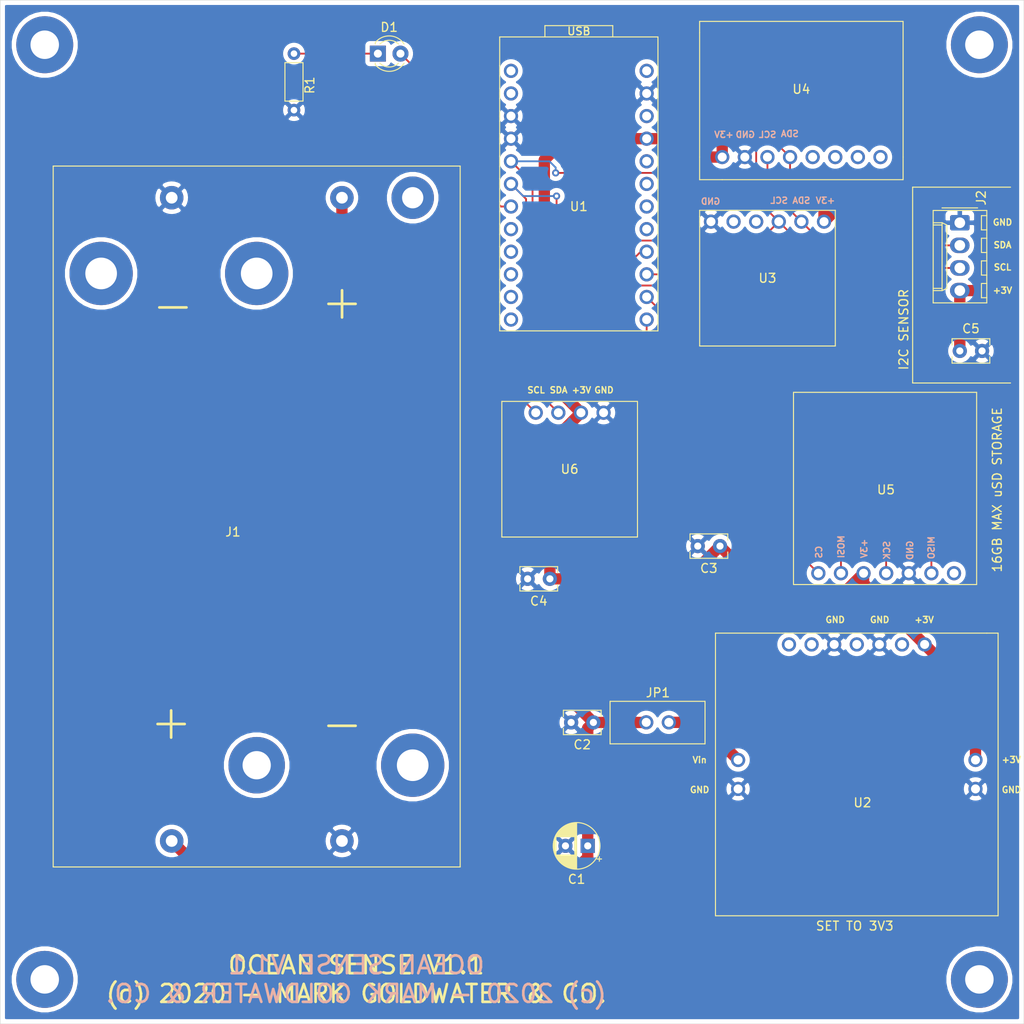
<source format=kicad_pcb>
(kicad_pcb (version 20171130) (host pcbnew "(5.1.5)-3")

  (general
    (thickness 1.6)
    (drawings 45)
    (tracks 111)
    (zones 0)
    (modules 20)
    (nets 37)
  )

  (page A4)
  (layers
    (0 F.Cu signal)
    (31 B.Cu signal)
    (32 B.Adhes user)
    (33 F.Adhes user)
    (34 B.Paste user)
    (35 F.Paste user)
    (36 B.SilkS user)
    (37 F.SilkS user)
    (38 B.Mask user)
    (39 F.Mask user)
    (40 Dwgs.User user)
    (41 Cmts.User user)
    (42 Eco1.User user)
    (43 Eco2.User user)
    (44 Edge.Cuts user)
    (45 Margin user)
    (46 B.CrtYd user hide)
    (47 F.CrtYd user hide)
    (48 B.Fab user hide)
    (49 F.Fab user hide)
  )

  (setup
    (last_trace_width 0.25)
    (user_trace_width 0.2032)
    (user_trace_width 0.508)
    (user_trace_width 1.27)
    (trace_clearance 0.2)
    (zone_clearance 0.508)
    (zone_45_only no)
    (trace_min 0.2)
    (via_size 0.8)
    (via_drill 0.4)
    (via_min_size 0.4)
    (via_min_drill 0.3)
    (uvia_size 0.3)
    (uvia_drill 0.1)
    (uvias_allowed no)
    (uvia_min_size 0.2)
    (uvia_min_drill 0.1)
    (edge_width 0.05)
    (segment_width 0.2)
    (pcb_text_width 0.3)
    (pcb_text_size 1.5 1.5)
    (mod_edge_width 0.12)
    (mod_text_size 1 1)
    (mod_text_width 0.15)
    (pad_size 1.524 1.524)
    (pad_drill 0.762)
    (pad_to_mask_clearance 0.051)
    (solder_mask_min_width 0.25)
    (aux_axis_origin 0 0)
    (visible_elements 7FFFFF7F)
    (pcbplotparams
      (layerselection 0x010f0_ffffffff)
      (usegerberextensions false)
      (usegerberattributes false)
      (usegerberadvancedattributes false)
      (creategerberjobfile false)
      (excludeedgelayer true)
      (linewidth 0.100000)
      (plotframeref false)
      (viasonmask false)
      (mode 1)
      (useauxorigin false)
      (hpglpennumber 1)
      (hpglpenspeed 20)
      (hpglpendiameter 15.000000)
      (psnegative false)
      (psa4output false)
      (plotreference true)
      (plotvalue true)
      (plotinvisibletext false)
      (padsonsilk false)
      (subtractmaskfromsilk false)
      (outputformat 1)
      (mirror false)
      (drillshape 0)
      (scaleselection 1)
      (outputdirectory "GerbersV1.1/"))
  )

  (net 0 "")
  (net 1 GND)
  (net 2 +3V3)
  (net 3 "Net-(U1-Pad1)")
  (net 4 "Net-(U1-Pad2)")
  (net 5 I2C_SDA)
  (net 6 I2C_SCL)
  (net 7 "Net-(U1-Pad8)")
  (net 8 "Net-(U1-Pad9)")
  (net 9 "Net-(U1-Pad10)")
  (net 10 "Net-(U1-Pad11)")
  (net 11 "Net-(U1-Pad12)")
  (net 12 SPI_MOSI)
  (net 13 SPI_MISO)
  (net 14 SPI_SCK)
  (net 15 "Net-(U1-Pad17)")
  (net 16 "Net-(U1-Pad18)")
  (net 17 "Net-(U1-Pad19)")
  (net 18 "Net-(U1-Pad20)")
  (net 19 "Net-(U2-Pad5)")
  (net 20 "Net-(U2-Pad6)")
  (net 21 "Net-(U2-Pad8)")
  (net 22 "Net-(U2-Pad10)")
  (net 23 "Net-(U3-Pad4)")
  (net 24 "Net-(U3-Pad5)")
  (net 25 "Net-(U4-Pad5)")
  (net 26 "Net-(U4-Pad6)")
  (net 27 "Net-(U4-Pad7)")
  (net 28 "Net-(U4-Pad8)")
  (net 29 "Net-(U5-Pad1)")
  (net 30 SPI_CS)
  (net 31 /+Bat)
  (net 32 "Net-(D1-Pad2)")
  (net 33 "Net-(D1-Pad1)")
  (net 34 "Net-(U1-Pad22)")
  (net 35 "Net-(U1-Pad24)")
  (net 36 "Net-(JP1-Pad2)")

  (net_class Default "This is the default net class."
    (clearance 0.2)
    (trace_width 0.25)
    (via_dia 0.8)
    (via_drill 0.4)
    (uvia_dia 0.3)
    (uvia_drill 0.1)
    (add_net +3V3)
    (add_net /+Bat)
    (add_net GND)
    (add_net I2C_SCL)
    (add_net I2C_SDA)
    (add_net "Net-(D1-Pad1)")
    (add_net "Net-(D1-Pad2)")
    (add_net "Net-(JP1-Pad2)")
    (add_net "Net-(U1-Pad1)")
    (add_net "Net-(U1-Pad10)")
    (add_net "Net-(U1-Pad11)")
    (add_net "Net-(U1-Pad12)")
    (add_net "Net-(U1-Pad17)")
    (add_net "Net-(U1-Pad18)")
    (add_net "Net-(U1-Pad19)")
    (add_net "Net-(U1-Pad2)")
    (add_net "Net-(U1-Pad20)")
    (add_net "Net-(U1-Pad22)")
    (add_net "Net-(U1-Pad24)")
    (add_net "Net-(U1-Pad8)")
    (add_net "Net-(U1-Pad9)")
    (add_net "Net-(U2-Pad10)")
    (add_net "Net-(U2-Pad5)")
    (add_net "Net-(U2-Pad6)")
    (add_net "Net-(U2-Pad8)")
    (add_net "Net-(U3-Pad4)")
    (add_net "Net-(U3-Pad5)")
    (add_net "Net-(U4-Pad5)")
    (add_net "Net-(U4-Pad6)")
    (add_net "Net-(U4-Pad7)")
    (add_net "Net-(U4-Pad8)")
    (add_net "Net-(U5-Pad1)")
    (add_net SPI_CS)
    (add_net SPI_MISO)
    (add_net SPI_MOSI)
    (add_net SPI_SCK)
  )

  (module OceanSense:Jumper (layer F.Cu) (tedit 5FBAC331) (tstamp 5FBB1F10)
    (at 23.845 -443.875)
    (path /5FBAD879)
    (fp_text reference JP1 (at 0.045 -3.325) (layer F.SilkS)
      (effects (font (size 1 1) (thickness 0.15)))
    )
    (fp_text value Jumper (at 0.254 -4.826) (layer F.Fab)
      (effects (font (size 1 1) (thickness 0.15)))
    )
    (fp_line (start -5.334 -2.3622) (end 5.334 -2.3622) (layer F.SilkS) (width 0.12))
    (fp_line (start 5.334 2.413) (end 5.334 -2.3622) (layer F.SilkS) (width 0.12))
    (fp_line (start -5.334 2.413) (end -5.334 -2.3622) (layer F.SilkS) (width 0.12))
    (fp_line (start -5.334 2.413) (end 5.334 2.413) (layer F.SilkS) (width 0.12))
    (pad 2 thru_hole circle (at 1.27 0) (size 1.6002 1.6002) (drill 1.016) (layers *.Cu *.Mask)
      (net 36 "Net-(JP1-Pad2)"))
    (pad 1 thru_hole circle (at -1.27 0) (size 1.6002 1.6002) (drill 1.016) (layers *.Cu *.Mask)
      (net 31 /+Bat))
  )

  (module "OceanSense:uSD Breakout" (layer F.Cu) (tedit 5FBA93AD) (tstamp 5FA31DAA)
    (at 48.26 -469.519 270)
    (path /5F8924A4)
    (fp_text reference U5 (at -0.481 -1.24 180) (layer F.SilkS)
      (effects (font (size 1 1) (thickness 0.15)))
    )
    (fp_text value SparkFun_MicroSD (at 0 -2.54 90) (layer F.Fab)
      (effects (font (size 1 1) (thickness 0.15)))
    )
    (fp_line (start -11.43 9.144) (end 10.16 9.144) (layer F.SilkS) (width 0.12))
    (fp_line (start -11.43 8.89) (end -11.43 9.144) (layer F.SilkS) (width 0.12))
    (fp_line (start -11.43 -11.43) (end -11.43 8.89) (layer F.SilkS) (width 0.12))
    (fp_line (start 10.16 8.89) (end 10.16 9.144) (layer F.SilkS) (width 0.12))
    (fp_line (start 10.16 -11.43) (end 10.16 8.89) (layer F.SilkS) (width 0.12))
    (fp_line (start -11.43 -11.43) (end 10.16 -11.43) (layer F.SilkS) (width 0.12))
    (pad 7 thru_hole circle (at 8.89 6.35 270) (size 1.6002 1.6002) (drill 1.016) (layers *.Cu *.Mask)
      (net 30 SPI_CS))
    (pad 6 thru_hole circle (at 8.89 3.81 270) (size 1.6002 1.6002) (drill 1.016) (layers *.Cu *.Mask)
      (net 12 SPI_MOSI))
    (pad 5 thru_hole circle (at 8.89 1.27 270) (size 1.6002 1.6002) (drill 1.016) (layers *.Cu *.Mask)
      (net 2 +3V3))
    (pad 4 thru_hole circle (at 8.89 -1.27 270) (size 1.6002 1.6002) (drill 1.016) (layers *.Cu *.Mask)
      (net 14 SPI_SCK))
    (pad 3 thru_hole circle (at 8.89 -3.81 270) (size 1.6002 1.6002) (drill 1.016) (layers *.Cu *.Mask)
      (net 1 GND))
    (pad 2 thru_hole circle (at 8.89 -6.35 270) (size 1.6002 1.6002) (drill 1.016) (layers *.Cu *.Mask)
      (net 13 SPI_MISO))
    (pad 1 thru_hole circle (at 8.89 -8.89 270) (size 1.6002 1.6002) (drill 1.016) (layers *.Cu *.Mask)
      (net 29 "Net-(U5-Pad1)"))
  )

  (module OceanSense:36-1049-ND (layer F.Cu) (tedit 5FB53DF5) (tstamp 5F94C18F)
    (at -19.918 -467 90)
    (path /5F8A97A2)
    (fp_text reference J1 (at -1.733 -3.937 180) (layer F.SilkS)
      (effects (font (size 1 1) (thickness 0.15)))
    )
    (fp_text value 18650_Sockets (at 3.601 -3.556 180) (layer F.Fab)
      (effects (font (size 1 1) (thickness 0.15)))
    )
    (fp_line (start -39.37 -24.13) (end 39.37 -24.13) (layer F.SilkS) (width 0.12))
    (fp_line (start -39.37 21.59) (end -39.37 -24.13) (layer F.SilkS) (width 0.12))
    (fp_line (start 39.37 21.59) (end -39.37 21.59) (layer F.SilkS) (width 0.12))
    (fp_line (start 39.37 -24.13) (end 39.37 21.59) (layer F.SilkS) (width 0.12))
    (pad 5 thru_hole circle (at 35.814 16.256 90) (size 4.7752 4.7752) (drill 2.3876) (layers *.Cu *.Mask))
    (pad 3 thru_hole circle (at 35.814 8.3058 90) (size 2.6416 2.6416) (drill 1.3208) (layers *.Cu *.Mask)
      (net 31 /+Bat))
    (pad 2 thru_hole circle (at 35.814 -10.8204 90) (size 2.6416 2.6416) (drill 1.3208) (layers *.Cu *.Mask)
      (net 1 GND))
    (pad 1 thru_hole circle (at -36.449 -10.8204 90) (size 2.6416 2.6416) (drill 1.3208) (layers *.Cu *.Mask)
      (net 31 /+Bat))
    (pad 4 thru_hole circle (at -36.449 8.3058 90) (size 2.6416 2.6416) (drill 1.3208) (layers *.Cu *.Mask)
      (net 1 GND))
    (pad 5 thru_hole circle (at 27.305 -18.7452 90) (size 7.112 7.112) (drill 3.556) (layers *.Cu *.Mask))
    (pad 5 thru_hole circle (at 27.305 -1.27 90) (size 7.112 7.112) (drill 3.556) (layers *.Cu *.Mask))
    (pad 5 thru_hole circle (at -27.94 16.256 90) (size 7.112 7.112) (drill 3.556) (layers *.Cu *.Mask))
    (pad 5 thru_hole circle (at -27.94 -1.27 90) (size 6.35 6.35) (drill 3.175) (layers *.Cu *.Mask))
  )

  (module "OceanSense:Pro Micro" (layer F.Cu) (tedit 5F99D33B) (tstamp 5F99FE92)
    (at 15 -505)
    (path /5F8902C8)
    (fp_text reference U1 (at 0 3.175) (layer F.SilkS)
      (effects (font (size 1 1) (thickness 0.15)))
    )
    (fp_text value Pro_Mirco (at 0 -1.905) (layer F.Fab)
      (effects (font (size 1 1) (thickness 0.15)))
    )
    (fp_text user USB (at 0 -16.51) (layer F.SilkS)
      (effects (font (size 0.8636 0.8636) (thickness 0.15)))
    )
    (fp_line (start 3.81 -17.145) (end 3.81 -15.875) (layer F.SilkS) (width 0.12))
    (fp_line (start -3.81 -17.145) (end 3.81 -17.145) (layer F.SilkS) (width 0.12))
    (fp_line (start -3.81 -15.875) (end -3.81 -17.145) (layer F.SilkS) (width 0.12))
    (fp_line (start -8.89 -15.875) (end -8.89 17.145) (layer F.SilkS) (width 0.12))
    (fp_line (start 8.89 -15.875) (end -8.89 -15.875) (layer F.SilkS) (width 0.12))
    (fp_line (start 8.89 17.145) (end 8.89 -15.875) (layer F.SilkS) (width 0.12))
    (fp_line (start -8.89 17.145) (end 8.89 17.145) (layer F.SilkS) (width 0.12))
    (pad 24 thru_hole circle (at 7.62 -12.065) (size 1.6002 1.6002) (drill 1.016) (layers *.Cu *.Mask)
      (net 35 "Net-(U1-Pad24)"))
    (pad 23 thru_hole circle (at 7.62 -9.525) (size 1.6002 1.6002) (drill 1.016) (layers *.Cu *.Mask)
      (net 1 GND))
    (pad 22 thru_hole circle (at 7.62 -6.985) (size 1.6002 1.6002) (drill 1.016) (layers *.Cu *.Mask)
      (net 34 "Net-(U1-Pad22)"))
    (pad 21 thru_hole circle (at 7.62 -4.445) (size 1.6002 1.6002) (drill 1.016) (layers *.Cu *.Mask)
      (net 2 +3V3))
    (pad 20 thru_hole circle (at 7.62 -1.905) (size 1.6002 1.6002) (drill 1.016) (layers *.Cu *.Mask)
      (net 18 "Net-(U1-Pad20)"))
    (pad 19 thru_hole circle (at 7.62 0.635) (size 1.6002 1.6002) (drill 1.016) (layers *.Cu *.Mask)
      (net 17 "Net-(U1-Pad19)"))
    (pad 18 thru_hole circle (at 7.62 3.175) (size 1.6002 1.6002) (drill 1.016) (layers *.Cu *.Mask)
      (net 16 "Net-(U1-Pad18)"))
    (pad 17 thru_hole circle (at 7.62 5.715) (size 1.6002 1.6002) (drill 1.016) (layers *.Cu *.Mask)
      (net 15 "Net-(U1-Pad17)"))
    (pad 16 thru_hole circle (at 7.62 8.255) (size 1.6002 1.6002) (drill 1.016) (layers *.Cu *.Mask)
      (net 14 SPI_SCK))
    (pad 15 thru_hole circle (at 7.62 10.795) (size 1.6002 1.6002) (drill 1.016) (layers *.Cu *.Mask)
      (net 13 SPI_MISO))
    (pad 14 thru_hole circle (at 7.62 13.335) (size 1.6002 1.6002) (drill 1.016) (layers *.Cu *.Mask)
      (net 12 SPI_MOSI))
    (pad 13 thru_hole circle (at 7.62 15.875) (size 1.6002 1.6002) (drill 1.016) (layers *.Cu *.Mask)
      (net 30 SPI_CS))
    (pad 12 thru_hole circle (at -7.62 15.875) (size 1.6002 1.6002) (drill 1.016) (layers *.Cu *.Mask)
      (net 11 "Net-(U1-Pad12)"))
    (pad 11 thru_hole circle (at -7.62 13.335) (size 1.6002 1.6002) (drill 1.016) (layers *.Cu *.Mask)
      (net 10 "Net-(U1-Pad11)"))
    (pad 10 thru_hole circle (at -7.62 10.795) (size 1.6002 1.6002) (drill 1.016) (layers *.Cu *.Mask)
      (net 9 "Net-(U1-Pad10)"))
    (pad 9 thru_hole circle (at -7.62 8.255) (size 1.6002 1.6002) (drill 1.016) (layers *.Cu *.Mask)
      (net 8 "Net-(U1-Pad9)"))
    (pad 8 thru_hole circle (at -7.62 5.715) (size 1.6002 1.6002) (drill 1.016) (layers *.Cu *.Mask)
      (net 7 "Net-(U1-Pad8)"))
    (pad 7 thru_hole circle (at -7.62 3.175) (size 1.6002 1.6002) (drill 1.016) (layers *.Cu *.Mask)
      (net 32 "Net-(D1-Pad2)"))
    (pad 6 thru_hole circle (at -7.62 0.635) (size 1.6002 1.6002) (drill 1.016) (layers *.Cu *.Mask)
      (net 6 I2C_SCL))
    (pad 5 thru_hole circle (at -7.62 -1.905) (size 1.6002 1.6002) (drill 1.016) (layers *.Cu *.Mask)
      (net 5 I2C_SDA))
    (pad 4 thru_hole circle (at -7.62 -4.445) (size 1.6002 1.6002) (drill 1.016) (layers *.Cu *.Mask)
      (net 1 GND))
    (pad 3 thru_hole circle (at -7.62 -6.985) (size 1.6002 1.6002) (drill 1.016) (layers *.Cu *.Mask)
      (net 1 GND))
    (pad 2 thru_hole circle (at -7.62 -9.525) (size 1.6002 1.6002) (drill 1.016) (layers *.Cu *.Mask)
      (net 4 "Net-(U1-Pad2)"))
    (pad 1 thru_hole circle (at -7.62 -12.065) (size 1.6002 1.6002) (drill 1.016) (layers *.Cu *.Mask)
      (net 3 "Net-(U1-Pad1)"))
  )

  (module OceanSense:DS3231 (layer F.Cu) (tedit 5F99D437) (tstamp 5F94C1EA)
    (at 40 -515)
    (path /5F891B4E)
    (fp_text reference U4 (at 0 0) (layer F.SilkS)
      (effects (font (size 1 1) (thickness 0.15)))
    )
    (fp_text value Adafruit_DS3231 (at 0 -1.27) (layer F.Fab)
      (effects (font (size 1 1) (thickness 0.15)))
    )
    (fp_line (start 11.43 -7.62) (end -11.43 -7.62) (layer F.SilkS) (width 0.12))
    (fp_line (start 11.43 7.62) (end 11.43 -7.62) (layer F.SilkS) (width 0.12))
    (fp_line (start -11.43 -7.62) (end -11.43 -6.35) (layer F.SilkS) (width 0.12))
    (fp_line (start -11.43 7.62) (end -11.43 -6.35) (layer F.SilkS) (width 0.12))
    (fp_line (start 11.43 10.16) (end 11.43 7.62) (layer F.SilkS) (width 0.12))
    (fp_line (start -8.89 10.16) (end 11.43 10.16) (layer F.SilkS) (width 0.12))
    (fp_line (start -11.43 10.16) (end -8.89 10.16) (layer F.SilkS) (width 0.12))
    (fp_line (start -11.43 7.62) (end -11.43 10.16) (layer F.SilkS) (width 0.12))
    (pad 8 thru_hole circle (at 8.89 7.62) (size 1.6002 1.6002) (drill 1.016) (layers *.Cu *.Mask)
      (net 28 "Net-(U4-Pad8)"))
    (pad 7 thru_hole circle (at 6.35 7.62) (size 1.6002 1.6002) (drill 1.016) (layers *.Cu *.Mask)
      (net 27 "Net-(U4-Pad7)"))
    (pad 6 thru_hole circle (at 3.81 7.62) (size 1.6002 1.6002) (drill 1.016) (layers *.Cu *.Mask)
      (net 26 "Net-(U4-Pad6)"))
    (pad 5 thru_hole circle (at 1.27 7.62) (size 1.6002 1.6002) (drill 1.016) (layers *.Cu *.Mask)
      (net 25 "Net-(U4-Pad5)"))
    (pad 4 thru_hole circle (at -1.27 7.62) (size 1.6002 1.6002) (drill 1.016) (layers *.Cu *.Mask)
      (net 5 I2C_SDA))
    (pad 3 thru_hole circle (at -3.81 7.62) (size 1.6002 1.6002) (drill 1.016) (layers *.Cu *.Mask)
      (net 6 I2C_SCL))
    (pad 2 thru_hole circle (at -6.35 7.62) (size 1.6002 1.6002) (drill 1.016) (layers *.Cu *.Mask)
      (net 1 GND))
    (pad 1 thru_hole circle (at -8.89 7.62) (size 1.6002 1.6002) (drill 1.016) (layers *.Cu *.Mask)
      (net 2 +3V3))
  )

  (module OceanSense:MMA8452Q (layer F.Cu) (tedit 5F99D2A7) (tstamp 5F94C1D6)
    (at 36.195 -493.776 270)
    (path /5F892D9A)
    (fp_text reference U3 (at 0 0 180) (layer F.SilkS)
      (effects (font (size 1 1) (thickness 0.15)))
    )
    (fp_text value SparkFun_MMA8452Q (at 2.73812 -0.635 180) (layer F.Fab)
      (effects (font (size 1 1) (thickness 0.15)))
    )
    (fp_line (start -7.62 7.62) (end -7.62 -7.62) (layer F.SilkS) (width 0.12))
    (fp_line (start 7.62 7.62) (end -7.62 7.62) (layer F.SilkS) (width 0.12))
    (fp_line (start 7.62 -7.62) (end 7.62 7.62) (layer F.SilkS) (width 0.12))
    (fp_line (start -7.62 -7.62) (end 7.62 -7.62) (layer F.SilkS) (width 0.12))
    (pad 6 thru_hole circle (at -6.35 6.35 270) (size 1.6002 1.6002) (drill 1.016) (layers *.Cu *.Mask)
      (net 1 GND))
    (pad 5 thru_hole circle (at -6.35 3.81 270) (size 1.6002 1.6002) (drill 1.016) (layers *.Cu *.Mask)
      (net 24 "Net-(U3-Pad5)"))
    (pad 4 thru_hole circle (at -6.35 1.27 270) (size 1.6002 1.6002) (drill 1.016) (layers *.Cu *.Mask)
      (net 23 "Net-(U3-Pad4)"))
    (pad 3 thru_hole circle (at -6.35 -1.27 270) (size 1.6002 1.6002) (drill 1.016) (layers *.Cu *.Mask)
      (net 6 I2C_SCL))
    (pad 2 thru_hole circle (at -6.35 -3.81 270) (size 1.6002 1.6002) (drill 1.016) (layers *.Cu *.Mask)
      (net 5 I2C_SDA))
    (pad 1 thru_hole circle (at -6.35 -6.35 270) (size 1.6002 1.6002) (drill 1.016) (layers *.Cu *.Mask)
      (net 2 +3V3))
  )

  (module OceanSense:Si7021 (layer F.Cu) (tedit 5F99D359) (tstamp 5F94C207)
    (at 13.97 -472.313 270)
    (path /5F8937C6)
    (fp_text reference U6 (at 0 0 180) (layer F.SilkS)
      (effects (font (size 1 1) (thickness 0.15)))
    )
    (fp_text value SparkFun_Si7021 (at 0 -2.54 90) (layer F.Fab)
      (effects (font (size 1 1) (thickness 0.15)))
    )
    (fp_line (start -7.62 7.62) (end -7.62 -7.62) (layer F.SilkS) (width 0.12))
    (fp_line (start 7.62 7.62) (end -7.62 7.62) (layer F.SilkS) (width 0.12))
    (fp_line (start 7.62 -7.62) (end 7.62 7.62) (layer F.SilkS) (width 0.12))
    (fp_line (start -7.62 -7.62) (end 7.62 -7.62) (layer F.SilkS) (width 0.12))
    (pad 4 thru_hole circle (at -6.35 3.81 270) (size 1.6002 1.6002) (drill 1.016) (layers *.Cu *.Mask)
      (net 6 I2C_SCL))
    (pad 3 thru_hole circle (at -6.35 1.27 270) (size 1.6002 1.6002) (drill 1.016) (layers *.Cu *.Mask)
      (net 5 I2C_SDA))
    (pad 2 thru_hole circle (at -6.35 -1.27 270) (size 1.6002 1.6002) (drill 1.016) (layers *.Cu *.Mask)
      (net 2 +3V3))
    (pad 1 thru_hole circle (at -6.35 -3.81 270) (size 1.6002 1.6002) (drill 1.016) (layers *.Cu *.Mask)
      (net 1 GND))
  )

  (module OceanSense:TPS63070 (layer F.Cu) (tedit 5F99D38E) (tstamp 5F94C1C8)
    (at 46.228 -438.023)
    (path /5F8942C9)
    (fp_text reference U2 (at 0.635 3.175) (layer F.SilkS)
      (effects (font (size 1 1) (thickness 0.15)))
    )
    (fp_text value SparkFun_TPS63070 (at 0.635 -1.905) (layer F.Fab)
      (effects (font (size 1 1) (thickness 0.15)))
    )
    (fp_line (start 15.875 15.875) (end 15.875 -15.875) (layer F.SilkS) (width 0.12))
    (fp_line (start -15.875 15.875) (end 15.875 15.875) (layer F.SilkS) (width 0.12))
    (fp_line (start -15.875 14.605) (end -15.875 15.875) (layer F.SilkS) (width 0.12))
    (fp_line (start -15.875 -15.875) (end -15.875 14.605) (layer F.SilkS) (width 0.12))
    (fp_line (start 14.605 -15.875) (end 15.875 -15.875) (layer F.SilkS) (width 0.12))
    (fp_line (start -15.875 -15.875) (end 14.605 -15.875) (layer F.SilkS) (width 0.12))
    (pad 11 thru_hole circle (at 7.62 -14.605) (size 1.6002 1.6002) (drill 1.016) (layers *.Cu *.Mask)
      (net 2 +3V3))
    (pad 10 thru_hole circle (at 5.08 -14.605) (size 1.6002 1.6002) (drill 1.016) (layers *.Cu *.Mask)
      (net 22 "Net-(U2-Pad10)"))
    (pad 9 thru_hole circle (at 2.54 -14.605) (size 1.6002 1.6002) (drill 1.016) (layers *.Cu *.Mask)
      (net 1 GND))
    (pad 8 thru_hole circle (at 0 -14.605) (size 1.6002 1.6002) (drill 1.016) (layers *.Cu *.Mask)
      (net 21 "Net-(U2-Pad8)"))
    (pad 7 thru_hole circle (at -2.54 -14.605) (size 1.6002 1.6002) (drill 1.016) (layers *.Cu *.Mask)
      (net 1 GND))
    (pad 6 thru_hole circle (at -5.08 -14.605) (size 1.6002 1.6002) (drill 1.016) (layers *.Cu *.Mask)
      (net 20 "Net-(U2-Pad6)"))
    (pad 5 thru_hole circle (at -7.62 -14.605) (size 1.6002 1.6002) (drill 1.016) (layers *.Cu *.Mask)
      (net 19 "Net-(U2-Pad5)"))
    (pad 4 thru_hole circle (at 13.335 1.6256) (size 1.6002 1.6002) (drill 1.016) (layers *.Cu *.Mask)
      (net 1 GND))
    (pad 3 thru_hole circle (at 13.335 -1.6256) (size 1.6002 1.6002) (drill 1.016) (layers *.Cu *.Mask)
      (net 2 +3V3))
    (pad 2 thru_hole circle (at -13.335 1.6256) (size 1.6002 1.6002) (drill 1.016) (layers *.Cu *.Mask)
      (net 1 GND))
    (pad 1 thru_hole circle (at -13.335 -1.6256) (size 1.6002 1.6002) (drill 1.016) (layers *.Cu *.Mask)
      (net 36 "Net-(JP1-Pad2)"))
  )

  (module Capacitor_THT:C_Rect_L4.0mm_W2.5mm_P2.50mm (layer F.Cu) (tedit 5AE50EF0) (tstamp 5FA33A40)
    (at 57.8 -485.6)
    (descr "C, Rect series, Radial, pin pitch=2.50mm, , length*width=4*2.5mm^2, Capacitor")
    (tags "C Rect series Radial pin pitch 2.50mm  length 4mm width 2.5mm Capacitor")
    (path /5FA5282E)
    (fp_text reference C5 (at 1.25 -2.5) (layer F.SilkS)
      (effects (font (size 1 1) (thickness 0.15)))
    )
    (fp_text value 0.1uF (at 1.25 2.5) (layer F.Fab)
      (effects (font (size 1 1) (thickness 0.15)))
    )
    (fp_text user %R (at 1.25 0) (layer F.Fab)
      (effects (font (size 0.8 0.8) (thickness 0.12)))
    )
    (fp_line (start 3.55 -1.5) (end -1.05 -1.5) (layer F.CrtYd) (width 0.05))
    (fp_line (start 3.55 1.5) (end 3.55 -1.5) (layer F.CrtYd) (width 0.05))
    (fp_line (start -1.05 1.5) (end 3.55 1.5) (layer F.CrtYd) (width 0.05))
    (fp_line (start -1.05 -1.5) (end -1.05 1.5) (layer F.CrtYd) (width 0.05))
    (fp_line (start 3.37 0.665) (end 3.37 1.37) (layer F.SilkS) (width 0.12))
    (fp_line (start 3.37 -1.37) (end 3.37 -0.665) (layer F.SilkS) (width 0.12))
    (fp_line (start -0.87 0.665) (end -0.87 1.37) (layer F.SilkS) (width 0.12))
    (fp_line (start -0.87 -1.37) (end -0.87 -0.665) (layer F.SilkS) (width 0.12))
    (fp_line (start -0.87 1.37) (end 3.37 1.37) (layer F.SilkS) (width 0.12))
    (fp_line (start -0.87 -1.37) (end 3.37 -1.37) (layer F.SilkS) (width 0.12))
    (fp_line (start 3.25 -1.25) (end -0.75 -1.25) (layer F.Fab) (width 0.1))
    (fp_line (start 3.25 1.25) (end 3.25 -1.25) (layer F.Fab) (width 0.1))
    (fp_line (start -0.75 1.25) (end 3.25 1.25) (layer F.Fab) (width 0.1))
    (fp_line (start -0.75 -1.25) (end -0.75 1.25) (layer F.Fab) (width 0.1))
    (pad 2 thru_hole circle (at 2.5 0) (size 1.6 1.6) (drill 0.8) (layers *.Cu *.Mask)
      (net 1 GND))
    (pad 1 thru_hole circle (at 0 0) (size 1.6 1.6) (drill 0.8) (layers *.Cu *.Mask)
      (net 2 +3V3))
    (model ${KISYS3DMOD}/Capacitor_THT.3dshapes/C_Rect_L4.0mm_W2.5mm_P2.50mm.wrl
      (at (xyz 0 0 0))
      (scale (xyz 1 1 1))
      (rotate (xyz 0 0 0))
    )
  )

  (module Connector_Molex:Molex_KK-254_AE-6410-04A_1x04_P2.54mm_Vertical (layer F.Cu) (tedit 5B78013E) (tstamp 5FA32D87)
    (at 57.8 -500 270)
    (descr "Molex KK-254 Interconnect System, old/engineering part number: AE-6410-04A example for new part number: 22-27-2041, 4 Pins (http://www.molex.com/pdm_docs/sd/022272021_sd.pdf), generated with kicad-footprint-generator")
    (tags "connector Molex KK-254 side entry")
    (path /5FA44D59)
    (fp_text reference J2 (at -2.8 -2.4 90) (layer F.SilkS)
      (effects (font (size 1 1) (thickness 0.15)))
    )
    (fp_text value Conn_01x04 (at 3.81 4.08 90) (layer F.Fab)
      (effects (font (size 1 1) (thickness 0.15)))
    )
    (fp_text user %R (at 3.81 -2.22 90) (layer F.Fab)
      (effects (font (size 1 1) (thickness 0.15)))
    )
    (fp_line (start 9.39 -3.42) (end -1.77 -3.42) (layer F.CrtYd) (width 0.05))
    (fp_line (start 9.39 3.38) (end 9.39 -3.42) (layer F.CrtYd) (width 0.05))
    (fp_line (start -1.77 3.38) (end 9.39 3.38) (layer F.CrtYd) (width 0.05))
    (fp_line (start -1.77 -3.42) (end -1.77 3.38) (layer F.CrtYd) (width 0.05))
    (fp_line (start 8.42 -2.43) (end 8.42 -3.03) (layer F.SilkS) (width 0.12))
    (fp_line (start 6.82 -2.43) (end 8.42 -2.43) (layer F.SilkS) (width 0.12))
    (fp_line (start 6.82 -3.03) (end 6.82 -2.43) (layer F.SilkS) (width 0.12))
    (fp_line (start 5.88 -2.43) (end 5.88 -3.03) (layer F.SilkS) (width 0.12))
    (fp_line (start 4.28 -2.43) (end 5.88 -2.43) (layer F.SilkS) (width 0.12))
    (fp_line (start 4.28 -3.03) (end 4.28 -2.43) (layer F.SilkS) (width 0.12))
    (fp_line (start 3.34 -2.43) (end 3.34 -3.03) (layer F.SilkS) (width 0.12))
    (fp_line (start 1.74 -2.43) (end 3.34 -2.43) (layer F.SilkS) (width 0.12))
    (fp_line (start 1.74 -3.03) (end 1.74 -2.43) (layer F.SilkS) (width 0.12))
    (fp_line (start 0.8 -2.43) (end 0.8 -3.03) (layer F.SilkS) (width 0.12))
    (fp_line (start -0.8 -2.43) (end 0.8 -2.43) (layer F.SilkS) (width 0.12))
    (fp_line (start -0.8 -3.03) (end -0.8 -2.43) (layer F.SilkS) (width 0.12))
    (fp_line (start 7.37 2.99) (end 7.37 1.99) (layer F.SilkS) (width 0.12))
    (fp_line (start 0.25 2.99) (end 0.25 1.99) (layer F.SilkS) (width 0.12))
    (fp_line (start 7.37 1.46) (end 7.62 1.99) (layer F.SilkS) (width 0.12))
    (fp_line (start 0.25 1.46) (end 7.37 1.46) (layer F.SilkS) (width 0.12))
    (fp_line (start 0 1.99) (end 0.25 1.46) (layer F.SilkS) (width 0.12))
    (fp_line (start 7.62 1.99) (end 7.62 2.99) (layer F.SilkS) (width 0.12))
    (fp_line (start 0 1.99) (end 7.62 1.99) (layer F.SilkS) (width 0.12))
    (fp_line (start 0 2.99) (end 0 1.99) (layer F.SilkS) (width 0.12))
    (fp_line (start -0.562893 0) (end -1.27 0.5) (layer F.Fab) (width 0.1))
    (fp_line (start -1.27 -0.5) (end -0.562893 0) (layer F.Fab) (width 0.1))
    (fp_line (start -1.67 -2) (end -1.67 2) (layer F.SilkS) (width 0.12))
    (fp_line (start 9 -3.03) (end -1.38 -3.03) (layer F.SilkS) (width 0.12))
    (fp_line (start 9 2.99) (end 9 -3.03) (layer F.SilkS) (width 0.12))
    (fp_line (start -1.38 2.99) (end 9 2.99) (layer F.SilkS) (width 0.12))
    (fp_line (start -1.38 -3.03) (end -1.38 2.99) (layer F.SilkS) (width 0.12))
    (fp_line (start 8.89 -2.92) (end -1.27 -2.92) (layer F.Fab) (width 0.1))
    (fp_line (start 8.89 2.88) (end 8.89 -2.92) (layer F.Fab) (width 0.1))
    (fp_line (start -1.27 2.88) (end 8.89 2.88) (layer F.Fab) (width 0.1))
    (fp_line (start -1.27 -2.92) (end -1.27 2.88) (layer F.Fab) (width 0.1))
    (pad 4 thru_hole oval (at 7.62 0 270) (size 1.74 2.2) (drill 1.2) (layers *.Cu *.Mask)
      (net 2 +3V3))
    (pad 3 thru_hole oval (at 5.08 0 270) (size 1.74 2.2) (drill 1.2) (layers *.Cu *.Mask)
      (net 6 I2C_SCL))
    (pad 2 thru_hole oval (at 2.54 0 270) (size 1.74 2.2) (drill 1.2) (layers *.Cu *.Mask)
      (net 5 I2C_SDA))
    (pad 1 thru_hole roundrect (at 0 0 270) (size 1.74 2.2) (drill 1.2) (layers *.Cu *.Mask) (roundrect_rratio 0.143678)
      (net 1 GND))
    (model ${KISYS3DMOD}/Connector_Molex.3dshapes/Molex_KK-254_AE-6410-04A_1x04_P2.54mm_Vertical.wrl
      (at (xyz 0 0 0))
      (scale (xyz 1 1 1))
      (rotate (xyz 0 0 0))
    )
  )

  (module MountingHole:MountingHole_3.2mm_M3_Pad (layer F.Cu) (tedit 56D1B4CB) (tstamp 5FA2F5DE)
    (at -45 -520)
    (descr "Mounting Hole 3.2mm, M3")
    (tags "mounting hole 3.2mm m3")
    (attr virtual)
    (fp_text reference REF** (at 0 -4.2) (layer F.SilkS) hide
      (effects (font (size 1 1) (thickness 0.15)))
    )
    (fp_text value MountingHole_3.2mm_M3_Pad (at 0 4.2) (layer F.Fab) hide
      (effects (font (size 1 1) (thickness 0.15)))
    )
    (fp_circle (center 0 0) (end 3.45 0) (layer F.CrtYd) (width 0.05))
    (fp_circle (center 0 0) (end 3.2 0) (layer Cmts.User) (width 0.15))
    (fp_text user %R (at 0.3 0) (layer F.Fab) hide
      (effects (font (size 1 1) (thickness 0.15)))
    )
    (pad 1 thru_hole circle (at 0 0) (size 6.4 6.4) (drill 3.2) (layers *.Cu *.Mask))
  )

  (module MountingHole:MountingHole_3.2mm_M3_Pad (layer F.Cu) (tedit 56D1B4CB) (tstamp 5FA2FBE5)
    (at 60 -415)
    (descr "Mounting Hole 3.2mm, M3")
    (tags "mounting hole 3.2mm m3")
    (attr virtual)
    (fp_text reference REF** (at 0 -4.2) (layer F.SilkS) hide
      (effects (font (size 1 1) (thickness 0.15)))
    )
    (fp_text value MountingHole_3.2mm_M3_Pad (at 0 4.2) (layer F.Fab) hide
      (effects (font (size 1 1) (thickness 0.15)))
    )
    (fp_circle (center 0 0) (end 3.45 0) (layer F.CrtYd) (width 0.05))
    (fp_circle (center 0 0) (end 3.2 0) (layer Cmts.User) (width 0.15))
    (fp_text user %R (at 0.3 0) (layer F.Fab) hide
      (effects (font (size 1 1) (thickness 0.15)))
    )
    (pad 1 thru_hole circle (at 0 0) (size 6.4 6.4) (drill 3.2) (layers *.Cu *.Mask))
  )

  (module MountingHole:MountingHole_3.2mm_M3_Pad (layer F.Cu) (tedit 56D1B4CB) (tstamp 5FA2FBC1)
    (at -45 -415)
    (descr "Mounting Hole 3.2mm, M3")
    (tags "mounting hole 3.2mm m3")
    (attr virtual)
    (fp_text reference REF** (at 0 -4.2) (layer F.SilkS) hide
      (effects (font (size 1 1) (thickness 0.15)))
    )
    (fp_text value MountingHole_3.2mm_M3_Pad (at 0 4.2) (layer F.Fab) hide
      (effects (font (size 1 1) (thickness 0.15)))
    )
    (fp_circle (center 0 0) (end 3.45 0) (layer F.CrtYd) (width 0.05))
    (fp_circle (center 0 0) (end 3.2 0) (layer Cmts.User) (width 0.15))
    (fp_text user %R (at 0.3 0) (layer F.Fab) hide
      (effects (font (size 1 1) (thickness 0.15)))
    )
    (pad 1 thru_hole circle (at 0 0) (size 6.4 6.4) (drill 3.2) (layers *.Cu *.Mask))
  )

  (module MountingHole:MountingHole_3.2mm_M3_Pad (layer F.Cu) (tedit 56D1B4CB) (tstamp 5FA2FB9D)
    (at 60 -520)
    (descr "Mounting Hole 3.2mm, M3")
    (tags "mounting hole 3.2mm m3")
    (attr virtual)
    (fp_text reference REF** (at 0 -4.2) (layer F.SilkS) hide
      (effects (font (size 1 1) (thickness 0.15)))
    )
    (fp_text value MountingHole_3.2mm_M3_Pad (at 0 4.2) (layer F.Fab) hide
      (effects (font (size 1 1) (thickness 0.15)))
    )
    (fp_circle (center 0 0) (end 3.45 0) (layer F.CrtYd) (width 0.05))
    (fp_circle (center 0 0) (end 3.2 0) (layer Cmts.User) (width 0.15))
    (fp_text user %R (at 0.3 0) (layer F.Fab) hide
      (effects (font (size 1 1) (thickness 0.15)))
    )
    (pad 1 thru_hole circle (at 0 0) (size 6.4 6.4) (drill 3.2) (layers *.Cu *.Mask))
  )

  (module OceanSense:Resistor (layer F.Cu) (tedit 5F5F7ADD) (tstamp 5FA2F98D)
    (at -17 -519 270)
    (path /5FA33151)
    (fp_text reference R1 (at 3.556 -1.778 90) (layer F.SilkS)
      (effects (font (size 1 1) (thickness 0.15)))
    )
    (fp_text value 4.7k (at 3.302 -3.556 90) (layer F.Fab)
      (effects (font (size 1 1) (thickness 0.15)))
    )
    (fp_line (start 1.016 1.016) (end 1.016 -1.016) (layer F.SilkS) (width 0.12))
    (fp_line (start 5.334 1.016) (end 1.016 1.016) (layer F.SilkS) (width 0.12))
    (fp_line (start 5.334 -1.016) (end 5.334 1.016) (layer F.SilkS) (width 0.12))
    (fp_line (start 1.016 -1.016) (end 5.334 -1.016) (layer F.SilkS) (width 0.12))
    (pad 2 thru_hole circle (at 6.35 0 270) (size 1.4224 1.4224) (drill 0.7366) (layers *.Cu *.Mask)
      (net 1 GND))
    (pad 1 thru_hole circle (at 0 0 270) (size 1.4224 1.4224) (drill 0.7366) (layers *.Cu *.Mask)
      (net 33 "Net-(D1-Pad1)"))
  )

  (module LED_THT:LED_D3.0mm (layer F.Cu) (tedit 587A3A7B) (tstamp 5FA2F963)
    (at -7.575 -519)
    (descr "LED, diameter 3.0mm, 2 pins")
    (tags "LED diameter 3.0mm 2 pins")
    (path /5FA2FD0F)
    (fp_text reference D1 (at 1.27 -2.96) (layer F.SilkS)
      (effects (font (size 1 1) (thickness 0.15)))
    )
    (fp_text value LED (at 1.27 2.96) (layer F.Fab)
      (effects (font (size 1 1) (thickness 0.15)))
    )
    (fp_line (start 3.7 -2.25) (end -1.15 -2.25) (layer F.CrtYd) (width 0.05))
    (fp_line (start 3.7 2.25) (end 3.7 -2.25) (layer F.CrtYd) (width 0.05))
    (fp_line (start -1.15 2.25) (end 3.7 2.25) (layer F.CrtYd) (width 0.05))
    (fp_line (start -1.15 -2.25) (end -1.15 2.25) (layer F.CrtYd) (width 0.05))
    (fp_line (start -0.29 1.08) (end -0.29 1.236) (layer F.SilkS) (width 0.12))
    (fp_line (start -0.29 -1.236) (end -0.29 -1.08) (layer F.SilkS) (width 0.12))
    (fp_line (start -0.23 -1.16619) (end -0.23 1.16619) (layer F.Fab) (width 0.1))
    (fp_circle (center 1.27 0) (end 2.77 0) (layer F.Fab) (width 0.1))
    (fp_arc (start 1.27 0) (end 0.229039 1.08) (angle -87.9) (layer F.SilkS) (width 0.12))
    (fp_arc (start 1.27 0) (end 0.229039 -1.08) (angle 87.9) (layer F.SilkS) (width 0.12))
    (fp_arc (start 1.27 0) (end -0.29 1.235516) (angle -108.8) (layer F.SilkS) (width 0.12))
    (fp_arc (start 1.27 0) (end -0.29 -1.235516) (angle 108.8) (layer F.SilkS) (width 0.12))
    (fp_arc (start 1.27 0) (end -0.23 -1.16619) (angle 284.3) (layer F.Fab) (width 0.1))
    (pad 2 thru_hole circle (at 2.54 0) (size 1.8 1.8) (drill 0.9) (layers *.Cu *.Mask)
      (net 32 "Net-(D1-Pad2)"))
    (pad 1 thru_hole rect (at 0 0) (size 1.8 1.8) (drill 0.9) (layers *.Cu *.Mask)
      (net 33 "Net-(D1-Pad1)"))
    (model ${KISYS3DMOD}/LED_THT.3dshapes/LED_D3.0mm.wrl
      (at (xyz 0 0 0))
      (scale (xyz 1 1 1))
      (rotate (xyz 0 0 0))
    )
  )

  (module Capacitor_THT:CP_Radial_D5.0mm_P2.50mm (layer F.Cu) (tedit 5AE50EF0) (tstamp 5F94C13F)
    (at 16 -430 180)
    (descr "CP, Radial series, Radial, pin pitch=2.50mm, , diameter=5mm, Electrolytic Capacitor")
    (tags "CP Radial series Radial pin pitch 2.50mm  diameter 5mm Electrolytic Capacitor")
    (path /5F9249B5)
    (fp_text reference C1 (at 1.25 -3.75) (layer F.SilkS)
      (effects (font (size 1 1) (thickness 0.15)))
    )
    (fp_text value 10uF (at 1.25 3.75) (layer F.Fab)
      (effects (font (size 1 1) (thickness 0.15)))
    )
    (fp_circle (center 1.25 0) (end 3.75 0) (layer F.Fab) (width 0.1))
    (fp_circle (center 1.25 0) (end 3.87 0) (layer F.SilkS) (width 0.12))
    (fp_circle (center 1.25 0) (end 4 0) (layer F.CrtYd) (width 0.05))
    (fp_line (start -0.883605 -1.0875) (end -0.383605 -1.0875) (layer F.Fab) (width 0.1))
    (fp_line (start -0.633605 -1.3375) (end -0.633605 -0.8375) (layer F.Fab) (width 0.1))
    (fp_line (start 1.25 -2.58) (end 1.25 2.58) (layer F.SilkS) (width 0.12))
    (fp_line (start 1.29 -2.58) (end 1.29 2.58) (layer F.SilkS) (width 0.12))
    (fp_line (start 1.33 -2.579) (end 1.33 2.579) (layer F.SilkS) (width 0.12))
    (fp_line (start 1.37 -2.578) (end 1.37 2.578) (layer F.SilkS) (width 0.12))
    (fp_line (start 1.41 -2.576) (end 1.41 2.576) (layer F.SilkS) (width 0.12))
    (fp_line (start 1.45 -2.573) (end 1.45 2.573) (layer F.SilkS) (width 0.12))
    (fp_line (start 1.49 -2.569) (end 1.49 -1.04) (layer F.SilkS) (width 0.12))
    (fp_line (start 1.49 1.04) (end 1.49 2.569) (layer F.SilkS) (width 0.12))
    (fp_line (start 1.53 -2.565) (end 1.53 -1.04) (layer F.SilkS) (width 0.12))
    (fp_line (start 1.53 1.04) (end 1.53 2.565) (layer F.SilkS) (width 0.12))
    (fp_line (start 1.57 -2.561) (end 1.57 -1.04) (layer F.SilkS) (width 0.12))
    (fp_line (start 1.57 1.04) (end 1.57 2.561) (layer F.SilkS) (width 0.12))
    (fp_line (start 1.61 -2.556) (end 1.61 -1.04) (layer F.SilkS) (width 0.12))
    (fp_line (start 1.61 1.04) (end 1.61 2.556) (layer F.SilkS) (width 0.12))
    (fp_line (start 1.65 -2.55) (end 1.65 -1.04) (layer F.SilkS) (width 0.12))
    (fp_line (start 1.65 1.04) (end 1.65 2.55) (layer F.SilkS) (width 0.12))
    (fp_line (start 1.69 -2.543) (end 1.69 -1.04) (layer F.SilkS) (width 0.12))
    (fp_line (start 1.69 1.04) (end 1.69 2.543) (layer F.SilkS) (width 0.12))
    (fp_line (start 1.73 -2.536) (end 1.73 -1.04) (layer F.SilkS) (width 0.12))
    (fp_line (start 1.73 1.04) (end 1.73 2.536) (layer F.SilkS) (width 0.12))
    (fp_line (start 1.77 -2.528) (end 1.77 -1.04) (layer F.SilkS) (width 0.12))
    (fp_line (start 1.77 1.04) (end 1.77 2.528) (layer F.SilkS) (width 0.12))
    (fp_line (start 1.81 -2.52) (end 1.81 -1.04) (layer F.SilkS) (width 0.12))
    (fp_line (start 1.81 1.04) (end 1.81 2.52) (layer F.SilkS) (width 0.12))
    (fp_line (start 1.85 -2.511) (end 1.85 -1.04) (layer F.SilkS) (width 0.12))
    (fp_line (start 1.85 1.04) (end 1.85 2.511) (layer F.SilkS) (width 0.12))
    (fp_line (start 1.89 -2.501) (end 1.89 -1.04) (layer F.SilkS) (width 0.12))
    (fp_line (start 1.89 1.04) (end 1.89 2.501) (layer F.SilkS) (width 0.12))
    (fp_line (start 1.93 -2.491) (end 1.93 -1.04) (layer F.SilkS) (width 0.12))
    (fp_line (start 1.93 1.04) (end 1.93 2.491) (layer F.SilkS) (width 0.12))
    (fp_line (start 1.971 -2.48) (end 1.971 -1.04) (layer F.SilkS) (width 0.12))
    (fp_line (start 1.971 1.04) (end 1.971 2.48) (layer F.SilkS) (width 0.12))
    (fp_line (start 2.011 -2.468) (end 2.011 -1.04) (layer F.SilkS) (width 0.12))
    (fp_line (start 2.011 1.04) (end 2.011 2.468) (layer F.SilkS) (width 0.12))
    (fp_line (start 2.051 -2.455) (end 2.051 -1.04) (layer F.SilkS) (width 0.12))
    (fp_line (start 2.051 1.04) (end 2.051 2.455) (layer F.SilkS) (width 0.12))
    (fp_line (start 2.091 -2.442) (end 2.091 -1.04) (layer F.SilkS) (width 0.12))
    (fp_line (start 2.091 1.04) (end 2.091 2.442) (layer F.SilkS) (width 0.12))
    (fp_line (start 2.131 -2.428) (end 2.131 -1.04) (layer F.SilkS) (width 0.12))
    (fp_line (start 2.131 1.04) (end 2.131 2.428) (layer F.SilkS) (width 0.12))
    (fp_line (start 2.171 -2.414) (end 2.171 -1.04) (layer F.SilkS) (width 0.12))
    (fp_line (start 2.171 1.04) (end 2.171 2.414) (layer F.SilkS) (width 0.12))
    (fp_line (start 2.211 -2.398) (end 2.211 -1.04) (layer F.SilkS) (width 0.12))
    (fp_line (start 2.211 1.04) (end 2.211 2.398) (layer F.SilkS) (width 0.12))
    (fp_line (start 2.251 -2.382) (end 2.251 -1.04) (layer F.SilkS) (width 0.12))
    (fp_line (start 2.251 1.04) (end 2.251 2.382) (layer F.SilkS) (width 0.12))
    (fp_line (start 2.291 -2.365) (end 2.291 -1.04) (layer F.SilkS) (width 0.12))
    (fp_line (start 2.291 1.04) (end 2.291 2.365) (layer F.SilkS) (width 0.12))
    (fp_line (start 2.331 -2.348) (end 2.331 -1.04) (layer F.SilkS) (width 0.12))
    (fp_line (start 2.331 1.04) (end 2.331 2.348) (layer F.SilkS) (width 0.12))
    (fp_line (start 2.371 -2.329) (end 2.371 -1.04) (layer F.SilkS) (width 0.12))
    (fp_line (start 2.371 1.04) (end 2.371 2.329) (layer F.SilkS) (width 0.12))
    (fp_line (start 2.411 -2.31) (end 2.411 -1.04) (layer F.SilkS) (width 0.12))
    (fp_line (start 2.411 1.04) (end 2.411 2.31) (layer F.SilkS) (width 0.12))
    (fp_line (start 2.451 -2.29) (end 2.451 -1.04) (layer F.SilkS) (width 0.12))
    (fp_line (start 2.451 1.04) (end 2.451 2.29) (layer F.SilkS) (width 0.12))
    (fp_line (start 2.491 -2.268) (end 2.491 -1.04) (layer F.SilkS) (width 0.12))
    (fp_line (start 2.491 1.04) (end 2.491 2.268) (layer F.SilkS) (width 0.12))
    (fp_line (start 2.531 -2.247) (end 2.531 -1.04) (layer F.SilkS) (width 0.12))
    (fp_line (start 2.531 1.04) (end 2.531 2.247) (layer F.SilkS) (width 0.12))
    (fp_line (start 2.571 -2.224) (end 2.571 -1.04) (layer F.SilkS) (width 0.12))
    (fp_line (start 2.571 1.04) (end 2.571 2.224) (layer F.SilkS) (width 0.12))
    (fp_line (start 2.611 -2.2) (end 2.611 -1.04) (layer F.SilkS) (width 0.12))
    (fp_line (start 2.611 1.04) (end 2.611 2.2) (layer F.SilkS) (width 0.12))
    (fp_line (start 2.651 -2.175) (end 2.651 -1.04) (layer F.SilkS) (width 0.12))
    (fp_line (start 2.651 1.04) (end 2.651 2.175) (layer F.SilkS) (width 0.12))
    (fp_line (start 2.691 -2.149) (end 2.691 -1.04) (layer F.SilkS) (width 0.12))
    (fp_line (start 2.691 1.04) (end 2.691 2.149) (layer F.SilkS) (width 0.12))
    (fp_line (start 2.731 -2.122) (end 2.731 -1.04) (layer F.SilkS) (width 0.12))
    (fp_line (start 2.731 1.04) (end 2.731 2.122) (layer F.SilkS) (width 0.12))
    (fp_line (start 2.771 -2.095) (end 2.771 -1.04) (layer F.SilkS) (width 0.12))
    (fp_line (start 2.771 1.04) (end 2.771 2.095) (layer F.SilkS) (width 0.12))
    (fp_line (start 2.811 -2.065) (end 2.811 -1.04) (layer F.SilkS) (width 0.12))
    (fp_line (start 2.811 1.04) (end 2.811 2.065) (layer F.SilkS) (width 0.12))
    (fp_line (start 2.851 -2.035) (end 2.851 -1.04) (layer F.SilkS) (width 0.12))
    (fp_line (start 2.851 1.04) (end 2.851 2.035) (layer F.SilkS) (width 0.12))
    (fp_line (start 2.891 -2.004) (end 2.891 -1.04) (layer F.SilkS) (width 0.12))
    (fp_line (start 2.891 1.04) (end 2.891 2.004) (layer F.SilkS) (width 0.12))
    (fp_line (start 2.931 -1.971) (end 2.931 -1.04) (layer F.SilkS) (width 0.12))
    (fp_line (start 2.931 1.04) (end 2.931 1.971) (layer F.SilkS) (width 0.12))
    (fp_line (start 2.971 -1.937) (end 2.971 -1.04) (layer F.SilkS) (width 0.12))
    (fp_line (start 2.971 1.04) (end 2.971 1.937) (layer F.SilkS) (width 0.12))
    (fp_line (start 3.011 -1.901) (end 3.011 -1.04) (layer F.SilkS) (width 0.12))
    (fp_line (start 3.011 1.04) (end 3.011 1.901) (layer F.SilkS) (width 0.12))
    (fp_line (start 3.051 -1.864) (end 3.051 -1.04) (layer F.SilkS) (width 0.12))
    (fp_line (start 3.051 1.04) (end 3.051 1.864) (layer F.SilkS) (width 0.12))
    (fp_line (start 3.091 -1.826) (end 3.091 -1.04) (layer F.SilkS) (width 0.12))
    (fp_line (start 3.091 1.04) (end 3.091 1.826) (layer F.SilkS) (width 0.12))
    (fp_line (start 3.131 -1.785) (end 3.131 -1.04) (layer F.SilkS) (width 0.12))
    (fp_line (start 3.131 1.04) (end 3.131 1.785) (layer F.SilkS) (width 0.12))
    (fp_line (start 3.171 -1.743) (end 3.171 -1.04) (layer F.SilkS) (width 0.12))
    (fp_line (start 3.171 1.04) (end 3.171 1.743) (layer F.SilkS) (width 0.12))
    (fp_line (start 3.211 -1.699) (end 3.211 -1.04) (layer F.SilkS) (width 0.12))
    (fp_line (start 3.211 1.04) (end 3.211 1.699) (layer F.SilkS) (width 0.12))
    (fp_line (start 3.251 -1.653) (end 3.251 -1.04) (layer F.SilkS) (width 0.12))
    (fp_line (start 3.251 1.04) (end 3.251 1.653) (layer F.SilkS) (width 0.12))
    (fp_line (start 3.291 -1.605) (end 3.291 -1.04) (layer F.SilkS) (width 0.12))
    (fp_line (start 3.291 1.04) (end 3.291 1.605) (layer F.SilkS) (width 0.12))
    (fp_line (start 3.331 -1.554) (end 3.331 -1.04) (layer F.SilkS) (width 0.12))
    (fp_line (start 3.331 1.04) (end 3.331 1.554) (layer F.SilkS) (width 0.12))
    (fp_line (start 3.371 -1.5) (end 3.371 -1.04) (layer F.SilkS) (width 0.12))
    (fp_line (start 3.371 1.04) (end 3.371 1.5) (layer F.SilkS) (width 0.12))
    (fp_line (start 3.411 -1.443) (end 3.411 -1.04) (layer F.SilkS) (width 0.12))
    (fp_line (start 3.411 1.04) (end 3.411 1.443) (layer F.SilkS) (width 0.12))
    (fp_line (start 3.451 -1.383) (end 3.451 -1.04) (layer F.SilkS) (width 0.12))
    (fp_line (start 3.451 1.04) (end 3.451 1.383) (layer F.SilkS) (width 0.12))
    (fp_line (start 3.491 -1.319) (end 3.491 -1.04) (layer F.SilkS) (width 0.12))
    (fp_line (start 3.491 1.04) (end 3.491 1.319) (layer F.SilkS) (width 0.12))
    (fp_line (start 3.531 -1.251) (end 3.531 -1.04) (layer F.SilkS) (width 0.12))
    (fp_line (start 3.531 1.04) (end 3.531 1.251) (layer F.SilkS) (width 0.12))
    (fp_line (start 3.571 -1.178) (end 3.571 1.178) (layer F.SilkS) (width 0.12))
    (fp_line (start 3.611 -1.098) (end 3.611 1.098) (layer F.SilkS) (width 0.12))
    (fp_line (start 3.651 -1.011) (end 3.651 1.011) (layer F.SilkS) (width 0.12))
    (fp_line (start 3.691 -0.915) (end 3.691 0.915) (layer F.SilkS) (width 0.12))
    (fp_line (start 3.731 -0.805) (end 3.731 0.805) (layer F.SilkS) (width 0.12))
    (fp_line (start 3.771 -0.677) (end 3.771 0.677) (layer F.SilkS) (width 0.12))
    (fp_line (start 3.811 -0.518) (end 3.811 0.518) (layer F.SilkS) (width 0.12))
    (fp_line (start 3.851 -0.284) (end 3.851 0.284) (layer F.SilkS) (width 0.12))
    (fp_line (start -1.554775 -1.475) (end -1.054775 -1.475) (layer F.SilkS) (width 0.12))
    (fp_line (start -1.304775 -1.725) (end -1.304775 -1.225) (layer F.SilkS) (width 0.12))
    (fp_text user %R (at 1.25 0) (layer F.Fab)
      (effects (font (size 1 1) (thickness 0.15)))
    )
    (pad 1 thru_hole rect (at 0 0 180) (size 1.6 1.6) (drill 0.8) (layers *.Cu *.Mask)
      (net 31 /+Bat))
    (pad 2 thru_hole circle (at 2.5 0 180) (size 1.6 1.6) (drill 0.8) (layers *.Cu *.Mask)
      (net 1 GND))
    (model ${KISYS3DMOD}/Capacitor_THT.3dshapes/CP_Radial_D5.0mm_P2.50mm.wrl
      (at (xyz 0 0 0))
      (scale (xyz 1 1 1))
      (rotate (xyz 0 0 0))
    )
  )

  (module Capacitor_THT:C_Rect_L4.0mm_W2.5mm_P2.50mm (layer F.Cu) (tedit 5AE50EF0) (tstamp 5F94C154)
    (at 16.637 -443.865 180)
    (descr "C, Rect series, Radial, pin pitch=2.50mm, , length*width=4*2.5mm^2, Capacitor")
    (tags "C Rect series Radial pin pitch 2.50mm  length 4mm width 2.5mm Capacitor")
    (path /5F92BDB6)
    (fp_text reference C2 (at 1.25 -2.5) (layer F.SilkS)
      (effects (font (size 1 1) (thickness 0.15)))
    )
    (fp_text value 0.1uF (at 1.25 2.5) (layer F.Fab)
      (effects (font (size 1 1) (thickness 0.15)))
    )
    (fp_line (start -0.75 -1.25) (end -0.75 1.25) (layer F.Fab) (width 0.1))
    (fp_line (start -0.75 1.25) (end 3.25 1.25) (layer F.Fab) (width 0.1))
    (fp_line (start 3.25 1.25) (end 3.25 -1.25) (layer F.Fab) (width 0.1))
    (fp_line (start 3.25 -1.25) (end -0.75 -1.25) (layer F.Fab) (width 0.1))
    (fp_line (start -0.87 -1.37) (end 3.37 -1.37) (layer F.SilkS) (width 0.12))
    (fp_line (start -0.87 1.37) (end 3.37 1.37) (layer F.SilkS) (width 0.12))
    (fp_line (start -0.87 -1.37) (end -0.87 -0.665) (layer F.SilkS) (width 0.12))
    (fp_line (start -0.87 0.665) (end -0.87 1.37) (layer F.SilkS) (width 0.12))
    (fp_line (start 3.37 -1.37) (end 3.37 -0.665) (layer F.SilkS) (width 0.12))
    (fp_line (start 3.37 0.665) (end 3.37 1.37) (layer F.SilkS) (width 0.12))
    (fp_line (start -1.05 -1.5) (end -1.05 1.5) (layer F.CrtYd) (width 0.05))
    (fp_line (start -1.05 1.5) (end 3.55 1.5) (layer F.CrtYd) (width 0.05))
    (fp_line (start 3.55 1.5) (end 3.55 -1.5) (layer F.CrtYd) (width 0.05))
    (fp_line (start 3.55 -1.5) (end -1.05 -1.5) (layer F.CrtYd) (width 0.05))
    (fp_text user %R (at 1.25 0) (layer F.Fab)
      (effects (font (size 0.8 0.8) (thickness 0.12)))
    )
    (pad 1 thru_hole circle (at 0 0 180) (size 1.6 1.6) (drill 0.8) (layers *.Cu *.Mask)
      (net 31 /+Bat))
    (pad 2 thru_hole circle (at 2.5 0 180) (size 1.6 1.6) (drill 0.8) (layers *.Cu *.Mask)
      (net 1 GND))
    (model ${KISYS3DMOD}/Capacitor_THT.3dshapes/C_Rect_L4.0mm_W2.5mm_P2.50mm.wrl
      (at (xyz 0 0 0))
      (scale (xyz 1 1 1))
      (rotate (xyz 0 0 0))
    )
  )

  (module Capacitor_THT:C_Rect_L4.0mm_W2.5mm_P2.50mm (layer F.Cu) (tedit 5AE50EF0) (tstamp 5FA3324D)
    (at 30.861 -463.677 180)
    (descr "C, Rect series, Radial, pin pitch=2.50mm, , length*width=4*2.5mm^2, Capacitor")
    (tags "C Rect series Radial pin pitch 2.50mm  length 4mm width 2.5mm Capacitor")
    (path /5F93CA11)
    (fp_text reference C3 (at 1.25 -2.5) (layer F.SilkS)
      (effects (font (size 1 1) (thickness 0.15)))
    )
    (fp_text value 0.1uF (at 1.25 2.5) (layer F.Fab)
      (effects (font (size 1 1) (thickness 0.15)))
    )
    (fp_text user %R (at 1.25 0 90) (layer F.Fab)
      (effects (font (size 0.8 0.8) (thickness 0.12)))
    )
    (fp_line (start 3.55 -1.5) (end -1.05 -1.5) (layer F.CrtYd) (width 0.05))
    (fp_line (start 3.55 1.5) (end 3.55 -1.5) (layer F.CrtYd) (width 0.05))
    (fp_line (start -1.05 1.5) (end 3.55 1.5) (layer F.CrtYd) (width 0.05))
    (fp_line (start -1.05 -1.5) (end -1.05 1.5) (layer F.CrtYd) (width 0.05))
    (fp_line (start 3.37 0.665) (end 3.37 1.37) (layer F.SilkS) (width 0.12))
    (fp_line (start 3.37 -1.37) (end 3.37 -0.665) (layer F.SilkS) (width 0.12))
    (fp_line (start -0.87 0.665) (end -0.87 1.37) (layer F.SilkS) (width 0.12))
    (fp_line (start -0.87 -1.37) (end -0.87 -0.665) (layer F.SilkS) (width 0.12))
    (fp_line (start -0.87 1.37) (end 3.37 1.37) (layer F.SilkS) (width 0.12))
    (fp_line (start -0.87 -1.37) (end 3.37 -1.37) (layer F.SilkS) (width 0.12))
    (fp_line (start 3.25 -1.25) (end -0.75 -1.25) (layer F.Fab) (width 0.1))
    (fp_line (start 3.25 1.25) (end 3.25 -1.25) (layer F.Fab) (width 0.1))
    (fp_line (start -0.75 1.25) (end 3.25 1.25) (layer F.Fab) (width 0.1))
    (fp_line (start -0.75 -1.25) (end -0.75 1.25) (layer F.Fab) (width 0.1))
    (pad 2 thru_hole circle (at 2.5 0 180) (size 1.6 1.6) (drill 0.8) (layers *.Cu *.Mask)
      (net 1 GND))
    (pad 1 thru_hole circle (at 0 0 180) (size 1.6 1.6) (drill 0.8) (layers *.Cu *.Mask)
      (net 2 +3V3))
    (model ${KISYS3DMOD}/Capacitor_THT.3dshapes/C_Rect_L4.0mm_W2.5mm_P2.50mm.wrl
      (at (xyz 0 0 0))
      (scale (xyz 1 1 1))
      (rotate (xyz 0 0 0))
    )
  )

  (module Capacitor_THT:C_Rect_L4.0mm_W2.5mm_P2.50mm (layer F.Cu) (tedit 5AE50EF0) (tstamp 5FA348D4)
    (at 11.75 -460 180)
    (descr "C, Rect series, Radial, pin pitch=2.50mm, , length*width=4*2.5mm^2, Capacitor")
    (tags "C Rect series Radial pin pitch 2.50mm  length 4mm width 2.5mm Capacitor")
    (path /5F94354F)
    (fp_text reference C4 (at 1.25 -2.5) (layer F.SilkS)
      (effects (font (size 1 1) (thickness 0.15)))
    )
    (fp_text value 0.1uF (at 1.25 2.5) (layer F.Fab)
      (effects (font (size 1 1) (thickness 0.15)))
    )
    (fp_line (start -0.75 -1.25) (end -0.75 1.25) (layer F.Fab) (width 0.1))
    (fp_line (start -0.75 1.25) (end 3.25 1.25) (layer F.Fab) (width 0.1))
    (fp_line (start 3.25 1.25) (end 3.25 -1.25) (layer F.Fab) (width 0.1))
    (fp_line (start 3.25 -1.25) (end -0.75 -1.25) (layer F.Fab) (width 0.1))
    (fp_line (start -0.87 -1.37) (end 3.37 -1.37) (layer F.SilkS) (width 0.12))
    (fp_line (start -0.87 1.37) (end 3.37 1.37) (layer F.SilkS) (width 0.12))
    (fp_line (start -0.87 -1.37) (end -0.87 -0.665) (layer F.SilkS) (width 0.12))
    (fp_line (start -0.87 0.665) (end -0.87 1.37) (layer F.SilkS) (width 0.12))
    (fp_line (start 3.37 -1.37) (end 3.37 -0.665) (layer F.SilkS) (width 0.12))
    (fp_line (start 3.37 0.665) (end 3.37 1.37) (layer F.SilkS) (width 0.12))
    (fp_line (start -1.05 -1.5) (end -1.05 1.5) (layer F.CrtYd) (width 0.05))
    (fp_line (start -1.05 1.5) (end 3.55 1.5) (layer F.CrtYd) (width 0.05))
    (fp_line (start 3.55 1.5) (end 3.55 -1.5) (layer F.CrtYd) (width 0.05))
    (fp_line (start 3.55 -1.5) (end -1.05 -1.5) (layer F.CrtYd) (width 0.05))
    (fp_text user %R (at 1.25 0) (layer F.Fab)
      (effects (font (size 0.8 0.8) (thickness 0.12)))
    )
    (pad 1 thru_hole circle (at 0 0 180) (size 1.6 1.6) (drill 0.8) (layers *.Cu *.Mask)
      (net 2 +3V3))
    (pad 2 thru_hole circle (at 2.5 0 180) (size 1.6 1.6) (drill 0.8) (layers *.Cu *.Mask)
      (net 1 GND))
    (model ${KISYS3DMOD}/Capacitor_THT.3dshapes/C_Rect_L4.0mm_W2.5mm_P2.50mm.wrl
      (at (xyz 0 0 0))
      (scale (xyz 1 1 1))
      (rotate (xyz 0 0 0))
    )
  )

  (gr_text "OCEAN SENSE V1.1\n(c) 2020 - MARK GOLDWATER & CO." (at -10 -415) (layer B.SilkS) (tstamp 5FA6B68A)
    (effects (font (size 2 2) (thickness 0.3)) (justify mirror))
  )
  (gr_text "16GB MAX uSD STORAGE" (at 62 -470 90) (layer F.SilkS)
    (effects (font (size 1 1) (thickness 0.15)))
  )
  (gr_text "SET TO 3V3" (at 46 -421) (layer F.SilkS)
    (effects (font (size 1 1) (thickness 0.15)))
  )
  (gr_text "OCEAN SENSE V1.1\n(c) 2020 - MARK GOLDWATER & CO." (at -10 -415) (layer F.SilkS)
    (effects (font (size 2 2) (thickness 0.3)))
  )
  (gr_text "I2C SENSOR" (at 51.5 -488 90) (layer F.SilkS)
    (effects (font (size 1 1) (thickness 0.15)))
  )
  (gr_line (start 52.5 -504) (end 63.5 -504) (layer F.SilkS) (width 0.12))
  (gr_line (start 52.5 -482) (end 52.5 -504) (layer F.SilkS) (width 0.12))
  (gr_line (start 63.5 -482) (end 52.5 -482) (layer F.SilkS) (width 0.12))
  (gr_text +3V (at 63.6 -439.675) (layer F.SilkS) (tstamp 5FA3C7A3)
    (effects (font (size 0.7 0.7) (thickness 0.15)))
  )
  (gr_text GND (at 63.6 -436.3) (layer F.SilkS) (tstamp 5FA3C7A3)
    (effects (font (size 0.7 0.7) (thickness 0.15)))
  )
  (gr_text GND (at 28.575 -436.3) (layer F.SilkS) (tstamp 5FA3C7A3)
    (effects (font (size 0.7 0.7) (thickness 0.15)))
  )
  (gr_text Vin (at 28.575 -439.65) (layer F.SilkS) (tstamp 5FA3C7A3)
    (effects (font (size 0.7 0.7) (thickness 0.15)))
  )
  (gr_text +3V (at 53.8 -455.4) (layer F.SilkS) (tstamp 5FA3C7A3)
    (effects (font (size 0.7 0.7) (thickness 0.15)))
  )
  (gr_text GND (at 48.8 -455.4) (layer F.SilkS) (tstamp 5FA3C7A3)
    (effects (font (size 0.7 0.7) (thickness 0.15)))
  )
  (gr_text GND (at 43.8 -455.4) (layer F.SilkS) (tstamp 5FA3C7A3)
    (effects (font (size 0.7 0.7) (thickness 0.15)))
  )
  (gr_text CS (at 41.975 -463 90) (layer B.SilkS) (tstamp 5FA3C7A3)
    (effects (font (size 0.7 0.7) (thickness 0.15)) (justify mirror))
  )
  (gr_text MOSI (at 44.475 -463.6 90) (layer B.SilkS) (tstamp 5FA3C7A3)
    (effects (font (size 0.7 0.7) (thickness 0.15)) (justify mirror))
  )
  (gr_text SCK (at 49.6 -463.2 90) (layer B.SilkS) (tstamp 5FA3C7A3)
    (effects (font (size 0.7 0.7) (thickness 0.15)) (justify mirror))
  )
  (gr_text MISO (at 54.6 -463.5 90) (layer B.SilkS) (tstamp 5FA3C7A3)
    (effects (font (size 0.7 0.7) (thickness 0.15)) (justify mirror))
  )
  (gr_text +3V (at 47.05 -463.4 90) (layer B.SilkS) (tstamp 5FA3C7A3)
    (effects (font (size 0.7 0.7) (thickness 0.15)) (justify mirror))
  )
  (gr_text GND (at 52.2 -463.2 90) (layer B.SilkS) (tstamp 5FA3C7A3)
    (effects (font (size 0.7 0.7) (thickness 0.15)) (justify mirror))
  )
  (gr_text SCL (at 10.2 -481.2) (layer F.SilkS) (tstamp 5FA3C7A3)
    (effects (font (size 0.7 0.7) (thickness 0.15)))
  )
  (gr_text SDA (at 12.725 -481.2) (layer F.SilkS) (tstamp 5FA3C7A3)
    (effects (font (size 0.7 0.7) (thickness 0.15)))
  )
  (gr_text +3V (at 15.3 -481.2) (layer F.SilkS) (tstamp 5FA3C7A3)
    (effects (font (size 0.7 0.7) (thickness 0.15)))
  )
  (gr_text GND (at 17.825 -481.2) (layer F.SilkS) (tstamp 5FA3C7A3)
    (effects (font (size 0.7 0.7) (thickness 0.15)))
  )
  (gr_text - (at -30.6 -490.8) (layer F.SilkS) (tstamp 5FA3B03D)
    (effects (font (size 4 4) (thickness 0.3)))
  )
  (gr_text - (at -11.6 -443.8) (layer F.SilkS) (tstamp 5FA3B03D)
    (effects (font (size 4 4) (thickness 0.3)))
  )
  (gr_text + (at -30.8 -444) (layer F.SilkS) (tstamp 5FA3B03D)
    (effects (font (size 4 4) (thickness 0.3)))
  )
  (gr_text + (at -11.6 -491.2) (layer F.SilkS)
    (effects (font (size 4 4) (thickness 0.3)))
  )
  (gr_text +3V (at 62.6 -492.4) (layer F.SilkS) (tstamp 5FA3AC43)
    (effects (font (size 0.7 0.7) (thickness 0.15)))
  )
  (gr_text SDA (at 62.6 -497.5) (layer F.SilkS) (tstamp 5FA3AC43)
    (effects (font (size 0.7 0.7) (thickness 0.15)))
  )
  (gr_text SCL (at 62.6 -495) (layer F.SilkS) (tstamp 5FA3AC43)
    (effects (font (size 0.7 0.7) (thickness 0.15)))
  )
  (gr_text GND (at 62.6 -500.05) (layer F.SilkS) (tstamp 5FA3AC43)
    (effects (font (size 0.7 0.7) (thickness 0.15)))
  )
  (gr_text +3V (at 42.7 -502.5) (layer B.SilkS) (tstamp 5FA3AC43)
    (effects (font (size 0.7 0.7) (thickness 0.15)) (justify mirror))
  )
  (gr_text SDA (at 40 -502.5) (layer B.SilkS) (tstamp 5FA3AC43)
    (effects (font (size 0.7 0.7) (thickness 0.15)) (justify mirror))
  )
  (gr_text SCL (at 37.5 -502.5) (layer B.SilkS) (tstamp 5FA3AC43)
    (effects (font (size 0.7 0.7) (thickness 0.15)) (justify mirror))
  )
  (gr_text GND (at 29.8 -502.4) (layer B.SilkS) (tstamp 5FA3AC43)
    (effects (font (size 0.7 0.7) (thickness 0.15)) (justify mirror))
  )
  (gr_text SDA (at 38.7 -510) (layer B.SilkS) (tstamp 5FA3AC43)
    (effects (font (size 0.7 0.7) (thickness 0.15)) (justify mirror))
  )
  (gr_text SCL (at 36.2 -509.9) (layer B.SilkS) (tstamp 5FA3AC43)
    (effects (font (size 0.7 0.7) (thickness 0.15)) (justify mirror))
  )
  (gr_text GND (at 33.7 -509.9) (layer B.SilkS) (tstamp 5FA3AC34)
    (effects (font (size 0.7 0.7) (thickness 0.15)) (justify mirror))
  )
  (gr_text +3V (at 31.3 -509.9) (layer B.SilkS)
    (effects (font (size 0.7 0.7) (thickness 0.15)) (justify mirror))
  )
  (gr_line (start -50 -410) (end -50 -525) (layer Edge.Cuts) (width 0.05) (tstamp 5FA2FA9B))
  (gr_line (start 65 -410) (end -50 -410) (layer Edge.Cuts) (width 0.05))
  (gr_line (start 65 -525) (end 65 -410) (layer Edge.Cuts) (width 0.05))
  (gr_line (start -50 -525) (end 65 -525) (layer Edge.Cuts) (width 0.05))

  (segment (start 27.184 -460) (end 30.861 -463.677) (width 1.27) (layer F.Cu) (net 2))
  (segment (start 11.75 -460) (end 27.184 -460) (width 1.27) (layer F.Cu) (net 2))
  (segment (start 11.75 -475.173) (end 15.24 -478.663) (width 1.27) (layer F.Cu) (net 2))
  (segment (start 11.75 -460) (end 11.75 -475.173) (width 1.27) (layer F.Cu) (net 2))
  (segment (start 31.11 -507.38) (end 28.62 -507.38) (width 1.27) (layer F.Cu) (net 2))
  (segment (start 26.555 -509.445) (end 22.62 -509.445) (width 1.27) (layer F.Cu) (net 2))
  (segment (start 28.62 -507.38) (end 26.555 -509.445) (width 1.27) (layer F.Cu) (net 2))
  (segment (start 57.8 -486.73137) (end 57.8 -492.38) (width 1.27) (layer F.Cu) (net 2))
  (segment (start 57.8 -485.6) (end 57.8 -486.73137) (width 1.27) (layer F.Cu) (net 2))
  (segment (start 44.111 -457.75) (end 46.99 -460.629) (width 1.27) (layer F.Cu) (net 2))
  (segment (start 36.775 -457.75) (end 44.111 -457.75) (width 1.27) (layer F.Cu) (net 2))
  (segment (start 30.861 -463.677) (end 30.861 -463.664) (width 0.508) (layer F.Cu) (net 2))
  (segment (start 30.861 -463.664) (end 36.775 -457.75) (width 1.27) (layer F.Cu) (net 2))
  (segment (start 44.819 -502.4) (end 42.545 -500.126) (width 1.27) (layer F.Cu) (net 2))
  (segment (start 61.88 -492.38) (end 63.5 -494) (width 1.27) (layer F.Cu) (net 2))
  (segment (start 57.8 -492.38) (end 61.88 -492.38) (width 1.27) (layer F.Cu) (net 2))
  (segment (start 63.5 -494) (end 63.5 -502.2) (width 1.27) (layer F.Cu) (net 2))
  (segment (start 63.5 -502.2) (end 63.3 -502.4) (width 1.27) (layer F.Cu) (net 2))
  (segment (start 63.3 -502.4) (end 44.819 -502.4) (width 1.27) (layer F.Cu) (net 2))
  (segment (start 31.11 -508.81) (end 31.11 -507.38) (width 1.27) (layer F.Cu) (net 2))
  (segment (start 49.875 -511.2) (end 33.5 -511.2) (width 1.27) (layer F.Cu) (net 2))
  (segment (start 33.5 -511.2) (end 31.11 -508.81) (width 1.27) (layer F.Cu) (net 2))
  (segment (start 52.275 -508.8) (end 49.875 -511.2) (width 1.27) (layer F.Cu) (net 2))
  (segment (start 42.545 -503.645) (end 43.9 -505) (width 1.27) (layer F.Cu) (net 2))
  (segment (start 42.545 -500.126) (end 42.545 -503.645) (width 1.27) (layer F.Cu) (net 2))
  (segment (start 43.9 -505) (end 51.275 -505) (width 1.27) (layer F.Cu) (net 2))
  (segment (start 51.275 -505) (end 52.275 -506) (width 1.27) (layer F.Cu) (net 2))
  (segment (start 52.275 -506) (end 52.275 -508.8) (width 1.27) (layer F.Cu) (net 2))
  (segment (start 13.52 -509.445) (end 22.62 -509.445) (width 1.27) (layer F.Cu) (net 2))
  (segment (start 11.125 -507.05) (end 13.52 -509.445) (width 1.27) (layer F.Cu) (net 2))
  (segment (start 15.24 -478.663) (end 11.125 -482.778) (width 1.27) (layer F.Cu) (net 2))
  (segment (start 11.125 -482.778) (end 11.125 -507.05) (width 1.27) (layer F.Cu) (net 2))
  (segment (start 59.563 -446.913) (end 53.848 -452.628) (width 1.27) (layer F.Cu) (net 2))
  (segment (start 59.563 -439.6486) (end 59.563 -446.913) (width 1.27) (layer F.Cu) (net 2))
  (segment (start 46.99 -459.486) (end 53.848 -452.628) (width 1.27) (layer F.Cu) (net 2))
  (segment (start 46.99 -460.629) (end 46.99 -459.486) (width 1.27) (layer F.Cu) (net 2))
  (segment (start 38.73 -501.401) (end 40.005 -500.126) (width 0.2032) (layer F.Cu) (net 5))
  (segment (start 38.73 -507.38) (end 38.73 -501.401) (width 0.2032) (layer F.Cu) (net 5))
  (via (at 12.4 -505.6) (size 0.8) (drill 0.4) (layers F.Cu B.Cu) (net 5))
  (segment (start 12.4 -505.6) (end 12.4 -506.2) (width 0.2032) (layer B.Cu) (net 5))
  (segment (start 11.695 -506.905) (end 7.38 -506.905) (width 0.2032) (layer B.Cu) (net 5))
  (segment (start 12.4 -506.2) (end 11.695 -506.905) (width 0.2032) (layer B.Cu) (net 5))
  (segment (start 42.671 -497.46) (end 40.005 -500.126) (width 0.2032) (layer F.Cu) (net 5))
  (segment (start 57.8 -497.46) (end 42.671 -497.46) (width 0.2032) (layer F.Cu) (net 5))
  (segment (start 9.8 -504.485) (end 7.38 -506.905) (width 0.2032) (layer F.Cu) (net 5))
  (segment (start 12.7 -478.663) (end 9.8 -481.563) (width 0.2032) (layer F.Cu) (net 5))
  (segment (start 9.8 -481.563) (end 9.8 -504.485) (width 0.2032) (layer F.Cu) (net 5))
  (segment (start 12.965685 -505.6) (end 12.4 -505.6) (width 0.2032) (layer F.Cu) (net 5))
  (segment (start 36.996611 -509.113389) (end 35.338389 -509.113389) (width 0.2032) (layer F.Cu) (net 5))
  (segment (start 38.73 -507.38) (end 36.996611 -509.113389) (width 0.2032) (layer F.Cu) (net 5))
  (segment (start 35.338389 -509.113389) (end 34.925 -508.7) (width 0.2032) (layer F.Cu) (net 5))
  (segment (start 34 -505.6) (end 12.965685 -505.6) (width 0.2032) (layer F.Cu) (net 5))
  (segment (start 34.925 -506.525) (end 34 -505.6) (width 0.2032) (layer F.Cu) (net 5))
  (segment (start 34.925 -508.7) (end 34.925 -506.525) (width 0.2032) (layer F.Cu) (net 5))
  (segment (start 36.19 -501.401) (end 37.465 -500.126) (width 0.2032) (layer F.Cu) (net 6))
  (segment (start 36.19 -507.38) (end 36.19 -501.401) (width 0.2032) (layer F.Cu) (net 6))
  (segment (start 10.16 -478.663) (end 9.073 -479.75) (width 0.2032) (layer F.Cu) (net 6))
  (segment (start 9.073 -502.672) (end 7.38 -504.365) (width 0.2032) (layer F.Cu) (net 6))
  (segment (start 9.073 -479.75) (end 9.073 -502.672) (width 0.2032) (layer F.Cu) (net 6))
  (segment (start 37.465 -500.126) (end 35.339 -498) (width 0.2032) (layer F.Cu) (net 6))
  (segment (start 14.7 -498) (end 12.5 -500.2) (width 0.2032) (layer F.Cu) (net 6))
  (segment (start 35.339 -498) (end 14.7 -498) (width 0.2032) (layer F.Cu) (net 6))
  (segment (start 12.5 -500.2) (end 12.5 -503) (width 0.2032) (layer F.Cu) (net 6))
  (via (at 12.5 -503) (size 0.8) (drill 0.4) (layers F.Cu B.Cu) (net 6))
  (segment (start 12.5 -503) (end 12.4 -503) (width 0.2032) (layer B.Cu) (net 6))
  (segment (start 8.745 -503) (end 7.38 -504.365) (width 0.2032) (layer B.Cu) (net 6))
  (segment (start 12.5 -503) (end 8.745 -503) (width 0.2032) (layer B.Cu) (net 6))
  (segment (start 42.671 -494.92) (end 37.465 -500.126) (width 0.2032) (layer F.Cu) (net 6))
  (segment (start 57.8 -494.92) (end 42.671 -494.92) (width 0.2032) (layer F.Cu) (net 6))
  (segment (start 24.7 -489.585) (end 22.62 -491.665) (width 0.2032) (layer F.Cu) (net 12))
  (segment (start 24.7 -482.025) (end 24.7 -489.585) (width 0.2032) (layer F.Cu) (net 12))
  (segment (start 44.45 -460.629) (end 44.45 -462.275) (width 0.2032) (layer F.Cu) (net 12))
  (segment (start 44.45 -462.275) (end 24.7 -482.025) (width 0.2032) (layer F.Cu) (net 12))
  (segment (start 28.2 -491.3) (end 25.295 -494.205) (width 0.2032) (layer F.Cu) (net 13))
  (segment (start 28.2 -488.7) (end 28.2 -491.3) (width 0.2032) (layer F.Cu) (net 13))
  (segment (start 25.295 -494.205) (end 22.62 -494.205) (width 0.2032) (layer F.Cu) (net 13))
  (segment (start 54.61 -460.629) (end 54.61 -462.29) (width 0.2032) (layer F.Cu) (net 13))
  (segment (start 54.61 -462.29) (end 28.2 -488.7) (width 0.2032) (layer F.Cu) (net 13))
  (segment (start 21.945 -496.745) (end 22.62 -496.745) (width 0.2032) (layer F.Cu) (net 14))
  (segment (start 24.05 -492.95) (end 21.45 -492.95) (width 0.2032) (layer F.Cu) (net 14))
  (segment (start 20.7 -493.7) (end 20.7 -495.5) (width 0.2032) (layer F.Cu) (net 14))
  (segment (start 49.525 -460.634) (end 49.525 -462.275) (width 0.2032) (layer F.Cu) (net 14))
  (segment (start 21.45 -492.95) (end 20.7 -493.7) (width 0.2032) (layer F.Cu) (net 14))
  (segment (start 49.53 -460.629) (end 49.525 -460.634) (width 0.2032) (layer F.Cu) (net 14))
  (segment (start 20.7 -495.5) (end 21.945 -496.745) (width 0.2032) (layer F.Cu) (net 14))
  (segment (start 25.9 -485.9) (end 25.9 -491.1) (width 0.2032) (layer F.Cu) (net 14))
  (segment (start 49.525 -462.275) (end 25.9 -485.9) (width 0.2032) (layer F.Cu) (net 14))
  (segment (start 25.9 -491.1) (end 24.05 -492.95) (width 0.2032) (layer F.Cu) (net 14))
  (segment (start 22.62 -477.28) (end 22.62 -489.125) (width 0.2032) (layer F.Cu) (net 30))
  (segment (start 37.925 -461.975) (end 22.62 -477.28) (width 0.2032) (layer F.Cu) (net 30))
  (segment (start 41.91 -460.629) (end 40.564 -461.975) (width 0.2032) (layer F.Cu) (net 30))
  (segment (start 40.564 -461.975) (end 37.925 -461.975) (width 0.2032) (layer F.Cu) (net 30))
  (segment (start 13.308 -426) (end 16 -428.692) (width 1.27) (layer F.Cu) (net 31))
  (segment (start -26.1874 -426) (end 13.308 -426) (width 1.27) (layer F.Cu) (net 31) (tstamp 5FBB1EF2))
  (segment (start 16 -428.692) (end 16 -430) (width 1.27) (layer F.Cu) (net 31))
  (segment (start -30.7384 -430.551) (end -26.1874 -426) (width 1.27) (layer F.Cu) (net 31))
  (segment (start -11.6122 -502.814) (end -11.6122 -466.6122) (width 1.27) (layer F.Cu) (net 31))
  (segment (start -11.6122 -466.6122) (end 7 -448) (width 1.27) (layer F.Cu) (net 31))
  (segment (start 12.502 -448) (end 16.637 -443.865) (width 1.27) (layer F.Cu) (net 31))
  (segment (start 7 -448) (end 12.502 -448) (width 1.27) (layer F.Cu) (net 31))
  (segment (start 16 -443.228) (end 16.637 -443.865) (width 1.27) (layer F.Cu) (net 31))
  (segment (start 16 -430) (end 16 -443.228) (width 1.27) (layer F.Cu) (net 31))
  (segment (start 22.565 -443.865) (end 22.575 -443.875) (width 1.27) (layer F.Cu) (net 31))
  (segment (start 16.637 -443.865) (end 22.565 -443.865) (width 1.27) (layer F.Cu) (net 31))
  (segment (start 4.825 -509.14) (end -5.035 -519) (width 0.2032) (layer F.Cu) (net 32))
  (segment (start 7.38 -501.825) (end 6.248488 -501.825) (width 0.2032) (layer F.Cu) (net 32))
  (segment (start 4.825 -503.248488) (end 4.825 -509.14) (width 0.2032) (layer F.Cu) (net 32))
  (segment (start 6.248488 -501.825) (end 4.825 -503.248488) (width 0.2032) (layer F.Cu) (net 32))
  (segment (start -17 -519) (end -7.575 -519) (width 0.2032) (layer F.Cu) (net 33))
  (segment (start 28.6666 -443.875) (end 32.893 -439.6486) (width 1.27) (layer F.Cu) (net 36))
  (segment (start 25.115 -443.875) (end 28.6666 -443.875) (width 1.27) (layer F.Cu) (net 36))

  (zone (net 1) (net_name GND) (layer B.Cu) (tstamp 5FBB3E58) (hatch edge 0.508)
    (connect_pads (clearance 0.508))
    (min_thickness 0.254)
    (fill yes (arc_segments 32) (thermal_gap 0.508) (thermal_bridge_width 0.508))
    (polygon
      (pts
        (xy 65 -410) (xy -50 -410) (xy -50 -525) (xy 65 -525)
      )
    )
    (filled_polygon
      (pts
        (xy 64.340001 -410.66) (xy -49.34 -410.66) (xy -49.34 -415.377715) (xy -48.835 -415.377715) (xy -48.835 -414.622285)
        (xy -48.687623 -413.881372) (xy -48.398533 -413.183446) (xy -47.978839 -412.55533) (xy -47.44467 -412.021161) (xy -46.816554 -411.601467)
        (xy -46.118628 -411.312377) (xy -45.377715 -411.165) (xy -44.622285 -411.165) (xy -43.881372 -411.312377) (xy -43.183446 -411.601467)
        (xy -42.55533 -412.021161) (xy -42.021161 -412.55533) (xy -41.601467 -413.183446) (xy -41.312377 -413.881372) (xy -41.165 -414.622285)
        (xy -41.165 -415.377715) (xy 56.165 -415.377715) (xy 56.165 -414.622285) (xy 56.312377 -413.881372) (xy 56.601467 -413.183446)
        (xy 57.021161 -412.55533) (xy 57.55533 -412.021161) (xy 58.183446 -411.601467) (xy 58.881372 -411.312377) (xy 59.622285 -411.165)
        (xy 60.377715 -411.165) (xy 61.118628 -411.312377) (xy 61.816554 -411.601467) (xy 62.44467 -412.021161) (xy 62.978839 -412.55533)
        (xy 63.398533 -413.183446) (xy 63.687623 -413.881372) (xy 63.835 -414.622285) (xy 63.835 -415.377715) (xy 63.687623 -416.118628)
        (xy 63.398533 -416.816554) (xy 62.978839 -417.44467) (xy 62.44467 -417.978839) (xy 61.816554 -418.398533) (xy 61.118628 -418.687623)
        (xy 60.377715 -418.835) (xy 59.622285 -418.835) (xy 58.881372 -418.687623) (xy 58.183446 -418.398533) (xy 57.55533 -417.978839)
        (xy 57.021161 -417.44467) (xy 56.601467 -416.816554) (xy 56.312377 -416.118628) (xy 56.165 -415.377715) (xy -41.165 -415.377715)
        (xy -41.312377 -416.118628) (xy -41.601467 -416.816554) (xy -42.021161 -417.44467) (xy -42.55533 -417.978839) (xy -43.183446 -418.398533)
        (xy -43.881372 -418.687623) (xy -44.622285 -418.835) (xy -45.377715 -418.835) (xy -46.118628 -418.687623) (xy -46.816554 -418.398533)
        (xy -47.44467 -417.978839) (xy -47.978839 -417.44467) (xy -48.398533 -416.816554) (xy -48.687623 -416.118628) (xy -48.835 -415.377715)
        (xy -49.34 -415.377715) (xy -49.34 -430.743629) (xy -32.6942 -430.743629) (xy -32.6942 -430.358371) (xy -32.619039 -429.980514)
        (xy -32.471607 -429.624581) (xy -32.257569 -429.30425) (xy -31.98515 -429.031831) (xy -31.664819 -428.817793) (xy -31.308886 -428.670361)
        (xy -30.931029 -428.5952) (xy -30.545771 -428.5952) (xy -30.167914 -428.670361) (xy -29.811981 -428.817793) (xy -29.49165 -429.031831)
        (xy -29.33652 -429.186961) (xy -12.796634 -429.186961) (xy -12.662193 -428.889743) (xy -12.317922 -428.71682) (xy -11.946531 -428.614384)
        (xy -11.562292 -428.586371) (xy -11.17997 -428.633857) (xy -10.81426 -428.755018) (xy -10.562207 -428.889743) (xy -10.509034 -429.007298)
        (xy 12.686903 -429.007298) (xy 12.758486 -428.763329) (xy 13.013996 -428.642429) (xy 13.288184 -428.5737) (xy 13.570512 -428.559783)
        (xy 13.85013 -428.601213) (xy 14.116292 -428.696397) (xy 14.241514 -428.763329) (xy 14.313097 -429.007298) (xy 13.5 -429.820395)
        (xy 12.686903 -429.007298) (xy -10.509034 -429.007298) (xy -10.427766 -429.186961) (xy -11.6122 -430.371395) (xy -12.796634 -429.186961)
        (xy -29.33652 -429.186961) (xy -29.219231 -429.30425) (xy -29.005193 -429.624581) (xy -28.857761 -429.980514) (xy -28.7826 -430.358371)
        (xy -28.7826 -430.501092) (xy -13.576829 -430.501092) (xy -13.529343 -430.11877) (xy -13.408182 -429.75306) (xy -13.273457 -429.501007)
        (xy -12.976239 -429.366566) (xy -11.791805 -430.551) (xy -11.432595 -430.551) (xy -10.248161 -429.366566) (xy -9.950943 -429.501007)
        (xy -9.77802 -429.845278) (xy -9.754794 -429.929488) (xy 12.059783 -429.929488) (xy 12.101213 -429.64987) (xy 12.196397 -429.383708)
        (xy 12.263329 -429.258486) (xy 12.507298 -429.186903) (xy 13.320395 -430) (xy 13.679605 -430) (xy 14.492702 -429.186903)
        (xy 14.561928 -429.207215) (xy 14.561928 -429.2) (xy 14.574188 -429.075518) (xy 14.610498 -428.95582) (xy 14.669463 -428.845506)
        (xy 14.748815 -428.748815) (xy 14.845506 -428.669463) (xy 14.95582 -428.610498) (xy 15.075518 -428.574188) (xy 15.2 -428.561928)
        (xy 16.8 -428.561928) (xy 16.924482 -428.574188) (xy 17.04418 -428.610498) (xy 17.154494 -428.669463) (xy 17.251185 -428.748815)
        (xy 17.330537 -428.845506) (xy 17.389502 -428.95582) (xy 17.425812 -429.075518) (xy 17.438072 -429.2) (xy 17.438072 -430.8)
        (xy 17.425812 -430.924482) (xy 17.389502 -431.04418) (xy 17.330537 -431.154494) (xy 17.251185 -431.251185) (xy 17.154494 -431.330537)
        (xy 17.04418 -431.389502) (xy 16.924482 -431.425812) (xy 16.8 -431.438072) (xy 15.2 -431.438072) (xy 15.075518 -431.425812)
        (xy 14.95582 -431.389502) (xy 14.845506 -431.330537) (xy 14.748815 -431.251185) (xy 14.669463 -431.154494) (xy 14.610498 -431.04418)
        (xy 14.574188 -430.924482) (xy 14.561928 -430.8) (xy 14.561928 -430.792785) (xy 14.492702 -430.813097) (xy 13.679605 -430)
        (xy 13.320395 -430) (xy 12.507298 -430.813097) (xy 12.263329 -430.741514) (xy 12.142429 -430.486004) (xy 12.0737 -430.211816)
        (xy 12.059783 -429.929488) (xy -9.754794 -429.929488) (xy -9.675584 -430.216669) (xy -9.647571 -430.600908) (xy -9.695057 -430.98323)
        (xy -9.698195 -430.992702) (xy 12.686903 -430.992702) (xy 13.5 -430.179605) (xy 14.313097 -430.992702) (xy 14.241514 -431.236671)
        (xy 13.986004 -431.357571) (xy 13.711816 -431.4263) (xy 13.429488 -431.440217) (xy 13.14987 -431.398787) (xy 12.883708 -431.303603)
        (xy 12.758486 -431.236671) (xy 12.686903 -430.992702) (xy -9.698195 -430.992702) (xy -9.816218 -431.34894) (xy -9.950943 -431.600993)
        (xy -10.248161 -431.735434) (xy -11.432595 -430.551) (xy -11.791805 -430.551) (xy -12.976239 -431.735434) (xy -13.273457 -431.600993)
        (xy -13.44638 -431.256722) (xy -13.548816 -430.885331) (xy -13.576829 -430.501092) (xy -28.7826 -430.501092) (xy -28.7826 -430.743629)
        (xy -28.857761 -431.121486) (xy -29.005193 -431.477419) (xy -29.219231 -431.79775) (xy -29.33652 -431.915039) (xy -12.796634 -431.915039)
        (xy -11.6122 -430.730605) (xy -10.427766 -431.915039) (xy -10.562207 -432.212257) (xy -10.906478 -432.38518) (xy -11.277869 -432.487616)
        (xy -11.662108 -432.515629) (xy -12.04443 -432.468143) (xy -12.41014 -432.346982) (xy -12.662193 -432.212257) (xy -12.796634 -431.915039)
        (xy -29.33652 -431.915039) (xy -29.49165 -432.070169) (xy -29.811981 -432.284207) (xy -30.167914 -432.431639) (xy -30.545771 -432.5068)
        (xy -30.931029 -432.5068) (xy -31.308886 -432.431639) (xy -31.664819 -432.284207) (xy -31.98515 -432.070169) (xy -32.257569 -431.79775)
        (xy -32.471607 -431.477419) (xy -32.619039 -431.121486) (xy -32.6942 -430.743629) (xy -49.34 -430.743629) (xy -49.34 -439.435252)
        (xy -24.998 -439.435252) (xy -24.998 -438.684748) (xy -24.851584 -437.948664) (xy -24.564378 -437.255288) (xy -24.14742 -436.631267)
        (xy -23.616733 -436.10058) (xy -22.992712 -435.683622) (xy -22.299336 -435.396416) (xy -21.563252 -435.25) (xy -20.812748 -435.25)
        (xy -20.076664 -435.396416) (xy -19.383288 -435.683622) (xy -18.759267 -436.10058) (xy -18.22858 -436.631267) (xy -17.811622 -437.255288)
        (xy -17.524416 -437.948664) (xy -17.378 -438.684748) (xy -17.378 -439.435252) (xy -17.385464 -439.472777) (xy -7.853 -439.472777)
        (xy -7.853 -438.647223) (xy -7.691942 -437.837531) (xy -7.376016 -437.074817) (xy -6.917362 -436.388394) (xy -6.333606 -435.804638)
        (xy -5.647183 -435.345984) (xy -4.884469 -435.030058) (xy -4.074777 -434.869) (xy -3.249223 -434.869) (xy -2.439531 -435.030058)
        (xy -1.676817 -435.345984) (xy -1.589054 -435.404626) (xy 32.079831 -435.404626) (xy 32.151426 -435.160646) (xy 32.406954 -435.039736)
        (xy 32.681161 -434.971) (xy 32.963508 -434.95708) (xy 33.243147 -434.998511) (xy 33.509328 -435.0937) (xy 33.634574 -435.160646)
        (xy 33.706169 -435.404626) (xy 58.749831 -435.404626) (xy 58.821426 -435.160646) (xy 59.076954 -435.039736) (xy 59.351161 -434.971)
        (xy 59.633508 -434.95708) (xy 59.913147 -434.998511) (xy 60.179328 -435.0937) (xy 60.304574 -435.160646) (xy 60.376169 -435.404626)
        (xy 59.563 -436.217795) (xy 58.749831 -435.404626) (xy 33.706169 -435.404626) (xy 32.893 -436.217795) (xy 32.079831 -435.404626)
        (xy -1.589054 -435.404626) (xy -0.990394 -435.804638) (xy -0.46814 -436.326892) (xy 31.45268 -436.326892) (xy 31.494111 -436.047253)
        (xy 31.5893 -435.781072) (xy 31.656246 -435.655826) (xy 31.900226 -435.584231) (xy 32.713395 -436.3974) (xy 33.072605 -436.3974)
        (xy 33.885774 -435.584231) (xy 34.129754 -435.655826) (xy 34.250664 -435.911354) (xy 34.3194 -436.185561) (xy 34.326367 -436.326892)
        (xy 58.12268 -436.326892) (xy 58.164111 -436.047253) (xy 58.2593 -435.781072) (xy 58.326246 -435.655826) (xy 58.570226 -435.584231)
        (xy 59.383395 -436.3974) (xy 59.742605 -436.3974) (xy 60.555774 -435.584231) (xy 60.799754 -435.655826) (xy 60.920664 -435.911354)
        (xy 60.9894 -436.185561) (xy 61.00332 -436.467908) (xy 60.961889 -436.747547) (xy 60.8667 -437.013728) (xy 60.799754 -437.138974)
        (xy 60.555774 -437.210569) (xy 59.742605 -436.3974) (xy 59.383395 -436.3974) (xy 58.570226 -437.210569) (xy 58.326246 -437.138974)
        (xy 58.205336 -436.883446) (xy 58.1366 -436.609239) (xy 58.12268 -436.326892) (xy 34.326367 -436.326892) (xy 34.33332 -436.467908)
        (xy 34.291889 -436.747547) (xy 34.1967 -437.013728) (xy 34.129754 -437.138974) (xy 33.885774 -437.210569) (xy 33.072605 -436.3974)
        (xy 32.713395 -436.3974) (xy 31.900226 -437.210569) (xy 31.656246 -437.138974) (xy 31.535336 -436.883446) (xy 31.4666 -436.609239)
        (xy 31.45268 -436.326892) (xy -0.46814 -436.326892) (xy -0.406638 -436.388394) (xy 0.052016 -437.074817) (xy 0.18264 -437.390174)
        (xy 32.079831 -437.390174) (xy 32.893 -436.577005) (xy 33.706169 -437.390174) (xy 58.749831 -437.390174) (xy 59.563 -436.577005)
        (xy 60.376169 -437.390174) (xy 60.304574 -437.634154) (xy 60.049046 -437.755064) (xy 59.774839 -437.8238) (xy 59.492492 -437.83772)
        (xy 59.212853 -437.796289) (xy 58.946672 -437.7011) (xy 58.821426 -437.634154) (xy 58.749831 -437.390174) (xy 33.706169 -437.390174)
        (xy 33.634574 -437.634154) (xy 33.379046 -437.755064) (xy 33.104839 -437.8238) (xy 32.822492 -437.83772) (xy 32.542853 -437.796289)
        (xy 32.276672 -437.7011) (xy 32.151426 -437.634154) (xy 32.079831 -437.390174) (xy 0.18264 -437.390174) (xy 0.367942 -437.837531)
        (xy 0.529 -438.647223) (xy 0.529 -439.472777) (xy 0.465912 -439.789945) (xy 31.4579 -439.789945) (xy 31.4579 -439.507255)
        (xy 31.51305 -439.229997) (xy 31.621231 -438.968825) (xy 31.778285 -438.733777) (xy 31.978177 -438.533885) (xy 32.213225 -438.376831)
        (xy 32.474397 -438.26865) (xy 32.751655 -438.2135) (xy 33.034345 -438.2135) (xy 33.311603 -438.26865) (xy 33.572775 -438.376831)
        (xy 33.807823 -438.533885) (xy 34.007715 -438.733777) (xy 34.164769 -438.968825) (xy 34.27295 -439.229997) (xy 34.3281 -439.507255)
        (xy 34.3281 -439.789945) (xy 58.1279 -439.789945) (xy 58.1279 -439.507255) (xy 58.18305 -439.229997) (xy 58.291231 -438.968825)
        (xy 58.448285 -438.733777) (xy 58.648177 -438.533885) (xy 58.883225 -438.376831) (xy 59.144397 -438.26865) (xy 59.421655 -438.2135)
        (xy 59.704345 -438.2135) (xy 59.981603 -438.26865) (xy 60.242775 -438.376831) (xy 60.477823 -438.533885) (xy 60.677715 -438.733777)
        (xy 60.834769 -438.968825) (xy 60.94295 -439.229997) (xy 60.9981 -439.507255) (xy 60.9981 -439.789945) (xy 60.94295 -440.067203)
        (xy 60.834769 -440.328375) (xy 60.677715 -440.563423) (xy 60.477823 -440.763315) (xy 60.242775 -440.920369) (xy 59.981603 -441.02855)
        (xy 59.704345 -441.0837) (xy 59.421655 -441.0837) (xy 59.144397 -441.02855) (xy 58.883225 -440.920369) (xy 58.648177 -440.763315)
        (xy 58.448285 -440.563423) (xy 58.291231 -440.328375) (xy 58.18305 -440.067203) (xy 58.1279 -439.789945) (xy 34.3281 -439.789945)
        (xy 34.27295 -440.067203) (xy 34.164769 -440.328375) (xy 34.007715 -440.563423) (xy 33.807823 -440.763315) (xy 33.572775 -440.920369)
        (xy 33.311603 -441.02855) (xy 33.034345 -441.0837) (xy 32.751655 -441.0837) (xy 32.474397 -441.02855) (xy 32.213225 -440.920369)
        (xy 31.978177 -440.763315) (xy 31.778285 -440.563423) (xy 31.621231 -440.328375) (xy 31.51305 -440.067203) (xy 31.4579 -439.789945)
        (xy 0.465912 -439.789945) (xy 0.367942 -440.282469) (xy 0.052016 -441.045183) (xy -0.406638 -441.731606) (xy -0.990394 -442.315362)
        (xy -1.676817 -442.774016) (xy -1.914091 -442.872298) (xy 13.323903 -442.872298) (xy 13.395486 -442.628329) (xy 13.650996 -442.507429)
        (xy 13.925184 -442.4387) (xy 14.207512 -442.424783) (xy 14.48713 -442.466213) (xy 14.753292 -442.561397) (xy 14.878514 -442.628329)
        (xy 14.950097 -442.872298) (xy 14.137 -443.685395) (xy 13.323903 -442.872298) (xy -1.914091 -442.872298) (xy -2.439531 -443.089942)
        (xy -3.249223 -443.251) (xy -4.074777 -443.251) (xy -4.884469 -443.089942) (xy -5.647183 -442.774016) (xy -6.333606 -442.315362)
        (xy -6.917362 -441.731606) (xy -7.376016 -441.045183) (xy -7.691942 -440.282469) (xy -7.853 -439.472777) (xy -17.385464 -439.472777)
        (xy -17.524416 -440.171336) (xy -17.811622 -440.864712) (xy -18.22858 -441.488733) (xy -18.759267 -442.01942) (xy -19.383288 -442.436378)
        (xy -20.076664 -442.723584) (xy -20.812748 -442.87) (xy -21.563252 -442.87) (xy -22.299336 -442.723584) (xy -22.992712 -442.436378)
        (xy -23.616733 -442.01942) (xy -24.14742 -441.488733) (xy -24.564378 -440.864712) (xy -24.851584 -440.171336) (xy -24.998 -439.435252)
        (xy -49.34 -439.435252) (xy -49.34 -443.794488) (xy 12.696783 -443.794488) (xy 12.738213 -443.51487) (xy 12.833397 -443.248708)
        (xy 12.900329 -443.123486) (xy 13.144298 -443.051903) (xy 13.957395 -443.865) (xy 14.316605 -443.865) (xy 15.129702 -443.051903)
        (xy 15.373671 -443.123486) (xy 15.387324 -443.152341) (xy 15.522363 -442.950241) (xy 15.722241 -442.750363) (xy 15.957273 -442.59332)
        (xy 16.218426 -442.485147) (xy 16.495665 -442.43) (xy 16.778335 -442.43) (xy 17.055574 -442.485147) (xy 17.316727 -442.59332)
        (xy 17.551759 -442.750363) (xy 17.751637 -442.950241) (xy 17.90868 -443.185273) (xy 18.016853 -443.446426) (xy 18.072 -443.723665)
        (xy 18.072 -444.006335) (xy 18.070009 -444.016345) (xy 21.1399 -444.016345) (xy 21.1399 -443.733655) (xy 21.19505 -443.456397)
        (xy 21.303231 -443.195225) (xy 21.460285 -442.960177) (xy 21.660177 -442.760285) (xy 21.895225 -442.603231) (xy 22.156397 -442.49505)
        (xy 22.433655 -442.4399) (xy 22.716345 -442.4399) (xy 22.993603 -442.49505) (xy 23.254775 -442.603231) (xy 23.489823 -442.760285)
        (xy 23.689715 -442.960177) (xy 23.845 -443.192578) (xy 24.000285 -442.960177) (xy 24.200177 -442.760285) (xy 24.435225 -442.603231)
        (xy 24.696397 -442.49505) (xy 24.973655 -442.4399) (xy 25.256345 -442.4399) (xy 25.533603 -442.49505) (xy 25.794775 -442.603231)
        (xy 26.029823 -442.760285) (xy 26.229715 -442.960177) (xy 26.386769 -443.195225) (xy 26.49495 -443.456397) (xy 26.5501 -443.733655)
        (xy 26.5501 -444.016345) (xy 26.49495 -444.293603) (xy 26.386769 -444.554775) (xy 26.229715 -444.789823) (xy 26.029823 -444.989715)
        (xy 25.794775 -445.146769) (xy 25.533603 -445.25495) (xy 25.256345 -445.3101) (xy 24.973655 -445.3101) (xy 24.696397 -445.25495)
        (xy 24.435225 -445.146769) (xy 24.200177 -444.989715) (xy 24.000285 -444.789823) (xy 23.845 -444.557422) (xy 23.689715 -444.789823)
        (xy 23.489823 -444.989715) (xy 23.254775 -445.146769) (xy 22.993603 -445.25495) (xy 22.716345 -445.3101) (xy 22.433655 -445.3101)
        (xy 22.156397 -445.25495) (xy 21.895225 -445.146769) (xy 21.660177 -444.989715) (xy 21.460285 -444.789823) (xy 21.303231 -444.554775)
        (xy 21.19505 -444.293603) (xy 21.1399 -444.016345) (xy 18.070009 -444.016345) (xy 18.016853 -444.283574) (xy 17.90868 -444.544727)
        (xy 17.751637 -444.779759) (xy 17.551759 -444.979637) (xy 17.316727 -445.13668) (xy 17.055574 -445.244853) (xy 16.778335 -445.3)
        (xy 16.495665 -445.3) (xy 16.218426 -445.244853) (xy 15.957273 -445.13668) (xy 15.722241 -444.979637) (xy 15.522363 -444.779759)
        (xy 15.388308 -444.579131) (xy 15.373671 -444.606514) (xy 15.129702 -444.678097) (xy 14.316605 -443.865) (xy 13.957395 -443.865)
        (xy 13.144298 -444.678097) (xy 12.900329 -444.606514) (xy 12.779429 -444.351004) (xy 12.7107 -444.076816) (xy 12.696783 -443.794488)
        (xy -49.34 -443.794488) (xy -49.34 -444.857702) (xy 13.323903 -444.857702) (xy 14.137 -444.044605) (xy 14.950097 -444.857702)
        (xy 14.878514 -445.101671) (xy 14.623004 -445.222571) (xy 14.348816 -445.2913) (xy 14.066488 -445.305217) (xy 13.78687 -445.263787)
        (xy 13.520708 -445.168603) (xy 13.395486 -445.101671) (xy 13.323903 -444.857702) (xy -49.34 -444.857702) (xy -49.34 -452.769345)
        (xy 37.1729 -452.769345) (xy 37.1729 -452.486655) (xy 37.22805 -452.209397) (xy 37.336231 -451.948225) (xy 37.493285 -451.713177)
        (xy 37.693177 -451.513285) (xy 37.928225 -451.356231) (xy 38.189397 -451.24805) (xy 38.466655 -451.1929) (xy 38.749345 -451.1929)
        (xy 39.026603 -451.24805) (xy 39.287775 -451.356231) (xy 39.522823 -451.513285) (xy 39.722715 -451.713177) (xy 39.878 -451.945578)
        (xy 40.033285 -451.713177) (xy 40.233177 -451.513285) (xy 40.468225 -451.356231) (xy 40.729397 -451.24805) (xy 41.006655 -451.1929)
        (xy 41.289345 -451.1929) (xy 41.566603 -451.24805) (xy 41.827775 -451.356231) (xy 42.062823 -451.513285) (xy 42.184764 -451.635226)
        (xy 42.874831 -451.635226) (xy 42.946426 -451.391246) (xy 43.201954 -451.270336) (xy 43.476161 -451.2016) (xy 43.758508 -451.18768)
        (xy 44.038147 -451.229111) (xy 44.304328 -451.3243) (xy 44.429574 -451.391246) (xy 44.501169 -451.635226) (xy 43.688 -452.448395)
        (xy 42.874831 -451.635226) (xy 42.184764 -451.635226) (xy 42.262715 -451.713177) (xy 42.418905 -451.946932) (xy 42.451246 -451.886426)
        (xy 42.695226 -451.814831) (xy 43.508395 -452.628) (xy 43.867605 -452.628) (xy 44.680774 -451.814831) (xy 44.924754 -451.886426)
        (xy 44.955188 -451.950744) (xy 44.956231 -451.948225) (xy 45.113285 -451.713177) (xy 45.313177 -451.513285) (xy 45.548225 -451.356231)
        (xy 45.809397 -451.24805) (xy 46.086655 -451.1929) (xy 46.369345 -451.1929) (xy 46.646603 -451.24805) (xy 46.907775 -451.356231)
        (xy 47.142823 -451.513285) (xy 47.264764 -451.635226) (xy 47.954831 -451.635226) (xy 48.026426 -451.391246) (xy 48.281954 -451.270336)
        (xy 48.556161 -451.2016) (xy 48.838508 -451.18768) (xy 49.118147 -451.229111) (xy 49.384328 -451.3243) (xy 49.509574 -451.391246)
        (xy 49.581169 -451.635226) (xy 48.768 -452.448395) (xy 47.954831 -451.635226) (xy 47.264764 -451.635226) (xy 47.342715 -451.713177)
        (xy 47.498905 -451.946932) (xy 47.531246 -451.886426) (xy 47.775226 -451.814831) (xy 48.588395 -452.628) (xy 48.947605 -452.628)
        (xy 49.760774 -451.814831) (xy 50.004754 -451.886426) (xy 50.035188 -451.950744) (xy 50.036231 -451.948225) (xy 50.193285 -451.713177)
        (xy 50.393177 -451.513285) (xy 50.628225 -451.356231) (xy 50.889397 -451.24805) (xy 51.166655 -451.1929) (xy 51.449345 -451.1929)
        (xy 51.726603 -451.24805) (xy 51.987775 -451.356231) (xy 52.222823 -451.513285) (xy 52.422715 -451.713177) (xy 52.578 -451.945578)
        (xy 52.733285 -451.713177) (xy 52.933177 -451.513285) (xy 53.168225 -451.356231) (xy 53.429397 -451.24805) (xy 53.706655 -451.1929)
        (xy 53.989345 -451.1929) (xy 54.266603 -451.24805) (xy 54.527775 -451.356231) (xy 54.762823 -451.513285) (xy 54.962715 -451.713177)
        (xy 55.119769 -451.948225) (xy 55.22795 -452.209397) (xy 55.2831 -452.486655) (xy 55.2831 -452.769345) (xy 55.22795 -453.046603)
        (xy 55.119769 -453.307775) (xy 54.962715 -453.542823) (xy 54.762823 -453.742715) (xy 54.527775 -453.899769) (xy 54.266603 -454.00795)
        (xy 53.989345 -454.0631) (xy 53.706655 -454.0631) (xy 53.429397 -454.00795) (xy 53.168225 -453.899769) (xy 52.933177 -453.742715)
        (xy 52.733285 -453.542823) (xy 52.578 -453.310422) (xy 52.422715 -453.542823) (xy 52.222823 -453.742715) (xy 51.987775 -453.899769)
        (xy 51.726603 -454.00795) (xy 51.449345 -454.0631) (xy 51.166655 -454.0631) (xy 50.889397 -454.00795) (xy 50.628225 -453.899769)
        (xy 50.393177 -453.742715) (xy 50.193285 -453.542823) (xy 50.037095 -453.309068) (xy 50.004754 -453.369574) (xy 49.760774 -453.441169)
        (xy 48.947605 -452.628) (xy 48.588395 -452.628) (xy 47.775226 -453.441169) (xy 47.531246 -453.369574) (xy 47.500812 -453.305256)
        (xy 47.499769 -453.307775) (xy 47.342715 -453.542823) (xy 47.264764 -453.620774) (xy 47.954831 -453.620774) (xy 48.768 -452.807605)
        (xy 49.581169 -453.620774) (xy 49.509574 -453.864754) (xy 49.254046 -453.985664) (xy 48.979839 -454.0544) (xy 48.697492 -454.06832)
        (xy 48.417853 -454.026889) (xy 48.151672 -453.9317) (xy 48.026426 -453.864754) (xy 47.954831 -453.620774) (xy 47.264764 -453.620774)
        (xy 47.142823 -453.742715) (xy 46.907775 -453.899769) (xy 46.646603 -454.00795) (xy 46.369345 -454.0631) (xy 46.086655 -454.0631)
        (xy 45.809397 -454.00795) (xy 45.548225 -453.899769) (xy 45.313177 -453.742715) (xy 45.113285 -453.542823) (xy 44.957095 -453.309068)
        (xy 44.924754 -453.369574) (xy 44.680774 -453.441169) (xy 43.867605 -452.628) (xy 43.508395 -452.628) (xy 42.695226 -453.441169)
        (xy 42.451246 -453.369574) (xy 42.420812 -453.305256) (xy 42.419769 -453.307775) (xy 42.262715 -453.542823) (xy 42.184764 -453.620774)
        (xy 42.874831 -453.620774) (xy 43.688 -452.807605) (xy 44.501169 -453.620774) (xy 44.429574 -453.864754) (xy 44.174046 -453.985664)
        (xy 43.899839 -454.0544) (xy 43.617492 -454.06832) (xy 43.337853 -454.026889) (xy 43.071672 -453.9317) (xy 42.946426 -453.864754)
        (xy 42.874831 -453.620774) (xy 42.184764 -453.620774) (xy 42.062823 -453.742715) (xy 41.827775 -453.899769) (xy 41.566603 -454.00795)
        (xy 41.289345 -454.0631) (xy 41.006655 -454.0631) (xy 40.729397 -454.00795) (xy 40.468225 -453.899769) (xy 40.233177 -453.742715)
        (xy 40.033285 -453.542823) (xy 39.878 -453.310422) (xy 39.722715 -453.542823) (xy 39.522823 -453.742715) (xy 39.287775 -453.899769)
        (xy 39.026603 -454.00795) (xy 38.749345 -454.0631) (xy 38.466655 -454.0631) (xy 38.189397 -454.00795) (xy 37.928225 -453.899769)
        (xy 37.693177 -453.742715) (xy 37.493285 -453.542823) (xy 37.336231 -453.307775) (xy 37.22805 -453.046603) (xy 37.1729 -452.769345)
        (xy -49.34 -452.769345) (xy -49.34 -459.007298) (xy 8.436903 -459.007298) (xy 8.508486 -458.763329) (xy 8.763996 -458.642429)
        (xy 9.038184 -458.5737) (xy 9.320512 -458.559783) (xy 9.60013 -458.601213) (xy 9.866292 -458.696397) (xy 9.991514 -458.763329)
        (xy 10.063097 -459.007298) (xy 9.25 -459.820395) (xy 8.436903 -459.007298) (xy -49.34 -459.007298) (xy -49.34 -459.929488)
        (xy 7.809783 -459.929488) (xy 7.851213 -459.64987) (xy 7.946397 -459.383708) (xy 8.013329 -459.258486) (xy 8.257298 -459.186903)
        (xy 9.070395 -460) (xy 9.429605 -460) (xy 10.242702 -459.186903) (xy 10.486671 -459.258486) (xy 10.500324 -459.287341)
        (xy 10.635363 -459.085241) (xy 10.835241 -458.885363) (xy 11.070273 -458.72832) (xy 11.331426 -458.620147) (xy 11.608665 -458.565)
        (xy 11.891335 -458.565) (xy 12.168574 -458.620147) (xy 12.429727 -458.72832) (xy 12.664759 -458.885363) (xy 12.864637 -459.085241)
        (xy 13.02168 -459.320273) (xy 13.129853 -459.581426) (xy 13.185 -459.858665) (xy 13.185 -460.141335) (xy 13.129853 -460.418574)
        (xy 13.02168 -460.679727) (xy 12.961132 -460.770345) (xy 40.4749 -460.770345) (xy 40.4749 -460.487655) (xy 40.53005 -460.210397)
        (xy 40.638231 -459.949225) (xy 40.795285 -459.714177) (xy 40.995177 -459.514285) (xy 41.230225 -459.357231) (xy 41.491397 -459.24905)
        (xy 41.768655 -459.1939) (xy 42.051345 -459.1939) (xy 42.328603 -459.24905) (xy 42.589775 -459.357231) (xy 42.824823 -459.514285)
        (xy 43.024715 -459.714177) (xy 43.18 -459.946578) (xy 43.335285 -459.714177) (xy 43.535177 -459.514285) (xy 43.770225 -459.357231)
        (xy 44.031397 -459.24905) (xy 44.308655 -459.1939) (xy 44.591345 -459.1939) (xy 44.868603 -459.24905) (xy 45.129775 -459.357231)
        (xy 45.364823 -459.514285) (xy 45.564715 -459.714177) (xy 45.72 -459.946578) (xy 45.875285 -459.714177) (xy 46.075177 -459.514285)
        (xy 46.310225 -459.357231) (xy 46.571397 -459.24905) (xy 46.848655 -459.1939) (xy 47.131345 -459.1939) (xy 47.408603 -459.24905)
        (xy 47.669775 -459.357231) (xy 47.904823 -459.514285) (xy 48.104715 -459.714177) (xy 48.26 -459.946578) (xy 48.415285 -459.714177)
        (xy 48.615177 -459.514285) (xy 48.850225 -459.357231) (xy 49.111397 -459.24905) (xy 49.388655 -459.1939) (xy 49.671345 -459.1939)
        (xy 49.948603 -459.24905) (xy 50.209775 -459.357231) (xy 50.444823 -459.514285) (xy 50.566764 -459.636226) (xy 51.256831 -459.636226)
        (xy 51.328426 -459.392246) (xy 51.583954 -459.271336) (xy 51.858161 -459.2026) (xy 52.140508 -459.18868) (xy 52.420147 -459.230111)
        (xy 52.686328 -459.3253) (xy 52.811574 -459.392246) (xy 52.883169 -459.636226) (xy 52.07 -460.449395) (xy 51.256831 -459.636226)
        (xy 50.566764 -459.636226) (xy 50.644715 -459.714177) (xy 50.800905 -459.947932) (xy 50.833246 -459.887426) (xy 51.077226 -459.815831)
        (xy 51.890395 -460.629) (xy 52.249605 -460.629) (xy 53.062774 -459.815831) (xy 53.306754 -459.887426) (xy 53.337188 -459.951744)
        (xy 53.338231 -459.949225) (xy 53.495285 -459.714177) (xy 53.695177 -459.514285) (xy 53.930225 -459.357231) (xy 54.191397 -459.24905)
        (xy 54.468655 -459.1939) (xy 54.751345 -459.1939) (xy 55.028603 -459.24905) (xy 55.289775 -459.357231) (xy 55.524823 -459.514285)
        (xy 55.724715 -459.714177) (xy 55.88 -459.946578) (xy 56.035285 -459.714177) (xy 56.235177 -459.514285) (xy 56.470225 -459.357231)
        (xy 56.731397 -459.24905) (xy 57.008655 -459.1939) (xy 57.291345 -459.1939) (xy 57.568603 -459.24905) (xy 57.829775 -459.357231)
        (xy 58.064823 -459.514285) (xy 58.264715 -459.714177) (xy 58.421769 -459.949225) (xy 58.52995 -460.210397) (xy 58.5851 -460.487655)
        (xy 58.5851 -460.770345) (xy 58.52995 -461.047603) (xy 58.421769 -461.308775) (xy 58.264715 -461.543823) (xy 58.064823 -461.743715)
        (xy 57.829775 -461.900769) (xy 57.568603 -462.00895) (xy 57.291345 -462.0641) (xy 57.008655 -462.0641) (xy 56.731397 -462.00895)
        (xy 56.470225 -461.900769) (xy 56.235177 -461.743715) (xy 56.035285 -461.543823) (xy 55.88 -461.311422) (xy 55.724715 -461.543823)
        (xy 55.524823 -461.743715) (xy 55.289775 -461.900769) (xy 55.028603 -462.00895) (xy 54.751345 -462.0641) (xy 54.468655 -462.0641)
        (xy 54.191397 -462.00895) (xy 53.930225 -461.900769) (xy 53.695177 -461.743715) (xy 53.495285 -461.543823) (xy 53.339095 -461.310068)
        (xy 53.306754 -461.370574) (xy 53.062774 -461.442169) (xy 52.249605 -460.629) (xy 51.890395 -460.629) (xy 51.077226 -461.442169)
        (xy 50.833246 -461.370574) (xy 50.802812 -461.306256) (xy 50.801769 -461.308775) (xy 50.644715 -461.543823) (xy 50.566764 -461.621774)
        (xy 51.256831 -461.621774) (xy 52.07 -460.808605) (xy 52.883169 -461.621774) (xy 52.811574 -461.865754) (xy 52.556046 -461.986664)
        (xy 52.281839 -462.0554) (xy 51.999492 -462.06932) (xy 51.719853 -462.027889) (xy 51.453672 -461.9327) (xy 51.328426 -461.865754)
        (xy 51.256831 -461.621774) (xy 50.566764 -461.621774) (xy 50.444823 -461.743715) (xy 50.209775 -461.900769) (xy 49.948603 -462.00895)
        (xy 49.671345 -462.0641) (xy 49.388655 -462.0641) (xy 49.111397 -462.00895) (xy 48.850225 -461.900769) (xy 48.615177 -461.743715)
        (xy 48.415285 -461.543823) (xy 48.26 -461.311422) (xy 48.104715 -461.543823) (xy 47.904823 -461.743715) (xy 47.669775 -461.900769)
        (xy 47.408603 -462.00895) (xy 47.131345 -462.0641) (xy 46.848655 -462.0641) (xy 46.571397 -462.00895) (xy 46.310225 -461.900769)
        (xy 46.075177 -461.743715) (xy 45.875285 -461.543823) (xy 45.72 -461.311422) (xy 45.564715 -461.543823) (xy 45.364823 -461.743715)
        (xy 45.129775 -461.900769) (xy 44.868603 -462.00895) (xy 44.591345 -462.0641) (xy 44.308655 -462.0641) (xy 44.031397 -462.00895)
        (xy 43.770225 -461.900769) (xy 43.535177 -461.743715) (xy 43.335285 -461.543823) (xy 43.18 -461.311422) (xy 43.024715 -461.543823)
        (xy 42.824823 -461.743715) (xy 42.589775 -461.900769) (xy 42.328603 -462.00895) (xy 42.051345 -462.0641) (xy 41.768655 -462.0641)
        (xy 41.491397 -462.00895) (xy 41.230225 -461.900769) (xy 40.995177 -461.743715) (xy 40.795285 -461.543823) (xy 40.638231 -461.308775)
        (xy 40.53005 -461.047603) (xy 40.4749 -460.770345) (xy 12.961132 -460.770345) (xy 12.864637 -460.914759) (xy 12.664759 -461.114637)
        (xy 12.429727 -461.27168) (xy 12.168574 -461.379853) (xy 11.891335 -461.435) (xy 11.608665 -461.435) (xy 11.331426 -461.379853)
        (xy 11.070273 -461.27168) (xy 10.835241 -461.114637) (xy 10.635363 -460.914759) (xy 10.501308 -460.714131) (xy 10.486671 -460.741514)
        (xy 10.242702 -460.813097) (xy 9.429605 -460) (xy 9.070395 -460) (xy 8.257298 -460.813097) (xy 8.013329 -460.741514)
        (xy 7.892429 -460.486004) (xy 7.8237 -460.211816) (xy 7.809783 -459.929488) (xy -49.34 -459.929488) (xy -49.34 -460.992702)
        (xy 8.436903 -460.992702) (xy 9.25 -460.179605) (xy 10.063097 -460.992702) (xy 9.991514 -461.236671) (xy 9.736004 -461.357571)
        (xy 9.461816 -461.4263) (xy 9.179488 -461.440217) (xy 8.89987 -461.398787) (xy 8.633708 -461.303603) (xy 8.508486 -461.236671)
        (xy 8.436903 -460.992702) (xy -49.34 -460.992702) (xy -49.34 -462.684298) (xy 27.547903 -462.684298) (xy 27.619486 -462.440329)
        (xy 27.874996 -462.319429) (xy 28.149184 -462.2507) (xy 28.431512 -462.236783) (xy 28.71113 -462.278213) (xy 28.977292 -462.373397)
        (xy 29.102514 -462.440329) (xy 29.174097 -462.684298) (xy 28.361 -463.497395) (xy 27.547903 -462.684298) (xy -49.34 -462.684298)
        (xy -49.34 -463.606488) (xy 26.920783 -463.606488) (xy 26.962213 -463.32687) (xy 27.057397 -463.060708) (xy 27.124329 -462.935486)
        (xy 27.368298 -462.863903) (xy 28.181395 -463.677) (xy 28.540605 -463.677) (xy 29.353702 -462.863903) (xy 29.597671 -462.935486)
        (xy 29.611324 -462.964341) (xy 29.746363 -462.762241) (xy 29.946241 -462.562363) (xy 30.181273 -462.40532) (xy 30.442426 -462.297147)
        (xy 30.719665 -462.242) (xy 31.002335 -462.242) (xy 31.279574 -462.297147) (xy 31.540727 -462.40532) (xy 31.775759 -462.562363)
        (xy 31.975637 -462.762241) (xy 32.13268 -462.997273) (xy 32.240853 -463.258426) (xy 32.296 -463.535665) (xy 32.296 -463.818335)
        (xy 32.240853 -464.095574) (xy 32.13268 -464.356727) (xy 31.975637 -464.591759) (xy 31.775759 -464.791637) (xy 31.540727 -464.94868)
        (xy 31.279574 -465.056853) (xy 31.002335 -465.112) (xy 30.719665 -465.112) (xy 30.442426 -465.056853) (xy 30.181273 -464.94868)
        (xy 29.946241 -464.791637) (xy 29.746363 -464.591759) (xy 29.612308 -464.391131) (xy 29.597671 -464.418514) (xy 29.353702 -464.490097)
        (xy 28.540605 -463.677) (xy 28.181395 -463.677) (xy 27.368298 -464.490097) (xy 27.124329 -464.418514) (xy 27.003429 -464.163004)
        (xy 26.9347 -463.888816) (xy 26.920783 -463.606488) (xy -49.34 -463.606488) (xy -49.34 -464.669702) (xy 27.547903 -464.669702)
        (xy 28.361 -463.856605) (xy 29.174097 -464.669702) (xy 29.102514 -464.913671) (xy 28.847004 -465.034571) (xy 28.572816 -465.1033)
        (xy 28.290488 -465.117217) (xy 28.01087 -465.075787) (xy 27.744708 -464.980603) (xy 27.619486 -464.913671) (xy 27.547903 -464.669702)
        (xy -49.34 -464.669702) (xy -49.34 -478.804345) (xy 8.7249 -478.804345) (xy 8.7249 -478.521655) (xy 8.78005 -478.244397)
        (xy 8.888231 -477.983225) (xy 9.045285 -477.748177) (xy 9.245177 -477.548285) (xy 9.480225 -477.391231) (xy 9.741397 -477.28305)
        (xy 10.018655 -477.2279) (xy 10.301345 -477.2279) (xy 10.578603 -477.28305) (xy 10.839775 -477.391231) (xy 11.074823 -477.548285)
        (xy 11.274715 -477.748177) (xy 11.43 -477.980578) (xy 11.585285 -477.748177) (xy 11.785177 -477.548285) (xy 12.020225 -477.391231)
        (xy 12.281397 -477.28305) (xy 12.558655 -477.2279) (xy 12.841345 -477.2279) (xy 13.118603 -477.28305) (xy 13.379775 -477.391231)
        (xy 13.614823 -477.548285) (xy 13.814715 -477.748177) (xy 13.97 -477.980578) (xy 14.125285 -477.748177) (xy 14.325177 -477.548285)
        (xy 14.560225 -477.391231) (xy 14.821397 -477.28305) (xy 15.098655 -477.2279) (xy 15.381345 -477.2279) (xy 15.658603 -477.28305)
        (xy 15.919775 -477.391231) (xy 16.154823 -477.548285) (xy 16.276764 -477.670226) (xy 16.966831 -477.670226) (xy 17.038426 -477.426246)
        (xy 17.293954 -477.305336) (xy 17.568161 -477.2366) (xy 17.850508 -477.22268) (xy 18.130147 -477.264111) (xy 18.396328 -477.3593)
        (xy 18.521574 -477.426246) (xy 18.593169 -477.670226) (xy 17.78 -478.483395) (xy 16.966831 -477.670226) (xy 16.276764 -477.670226)
        (xy 16.354715 -477.748177) (xy 16.510905 -477.981932) (xy 16.543246 -477.921426) (xy 16.787226 -477.849831) (xy 17.600395 -478.663)
        (xy 17.959605 -478.663) (xy 18.772774 -477.849831) (xy 19.016754 -477.921426) (xy 19.137664 -478.176954) (xy 19.2064 -478.451161)
        (xy 19.22032 -478.733508) (xy 19.178889 -479.013147) (xy 19.0837 -479.279328) (xy 19.016754 -479.404574) (xy 18.772774 -479.476169)
        (xy 17.959605 -478.663) (xy 17.600395 -478.663) (xy 16.787226 -479.476169) (xy 16.543246 -479.404574) (xy 16.512812 -479.340256)
        (xy 16.511769 -479.342775) (xy 16.354715 -479.577823) (xy 16.276764 -479.655774) (xy 16.966831 -479.655774) (xy 17.78 -478.842605)
        (xy 18.593169 -479.655774) (xy 18.521574 -479.899754) (xy 18.266046 -480.020664) (xy 17.991839 -480.0894) (xy 17.709492 -480.10332)
        (xy 17.429853 -480.061889) (xy 17.163672 -479.9667) (xy 17.038426 -479.899754) (xy 16.966831 -479.655774) (xy 16.276764 -479.655774)
        (xy 16.154823 -479.777715) (xy 15.919775 -479.934769) (xy 15.658603 -480.04295) (xy 15.381345 -480.0981) (xy 15.098655 -480.0981)
        (xy 14.821397 -480.04295) (xy 14.560225 -479.934769) (xy 14.325177 -479.777715) (xy 14.125285 -479.577823) (xy 13.97 -479.345422)
        (xy 13.814715 -479.577823) (xy 13.614823 -479.777715) (xy 13.379775 -479.934769) (xy 13.118603 -480.04295) (xy 12.841345 -480.0981)
        (xy 12.558655 -480.0981) (xy 12.281397 -480.04295) (xy 12.020225 -479.934769) (xy 11.785177 -479.777715) (xy 11.585285 -479.577823)
        (xy 11.43 -479.345422) (xy 11.274715 -479.577823) (xy 11.074823 -479.777715) (xy 10.839775 -479.934769) (xy 10.578603 -480.04295)
        (xy 10.301345 -480.0981) (xy 10.018655 -480.0981) (xy 9.741397 -480.04295) (xy 9.480225 -479.934769) (xy 9.245177 -479.777715)
        (xy 9.045285 -479.577823) (xy 8.888231 -479.342775) (xy 8.78005 -479.081603) (xy 8.7249 -478.804345) (xy -49.34 -478.804345)
        (xy -49.34 -485.741335) (xy 56.365 -485.741335) (xy 56.365 -485.458665) (xy 56.420147 -485.181426) (xy 56.52832 -484.920273)
        (xy 56.685363 -484.685241) (xy 56.885241 -484.485363) (xy 57.120273 -484.32832) (xy 57.381426 -484.220147) (xy 57.658665 -484.165)
        (xy 57.941335 -484.165) (xy 58.218574 -484.220147) (xy 58.479727 -484.32832) (xy 58.714759 -484.485363) (xy 58.836694 -484.607298)
        (xy 59.486903 -484.607298) (xy 59.558486 -484.363329) (xy 59.813996 -484.242429) (xy 60.088184 -484.1737) (xy 60.370512 -484.159783)
        (xy 60.65013 -484.201213) (xy 60.916292 -484.296397) (xy 61.041514 -484.363329) (xy 61.113097 -484.607298) (xy 60.3 -485.420395)
        (xy 59.486903 -484.607298) (xy 58.836694 -484.607298) (xy 58.914637 -484.685241) (xy 59.048692 -484.885869) (xy 59.063329 -484.858486)
        (xy 59.307298 -484.786903) (xy 60.120395 -485.6) (xy 60.479605 -485.6) (xy 61.292702 -484.786903) (xy 61.536671 -484.858486)
        (xy 61.657571 -485.113996) (xy 61.7263 -485.388184) (xy 61.740217 -485.670512) (xy 61.698787 -485.95013) (xy 61.603603 -486.216292)
        (xy 61.536671 -486.341514) (xy 61.292702 -486.413097) (xy 60.479605 -485.6) (xy 60.120395 -485.6) (xy 59.307298 -486.413097)
        (xy 59.063329 -486.341514) (xy 59.049676 -486.312659) (xy 58.914637 -486.514759) (xy 58.836694 -486.592702) (xy 59.486903 -486.592702)
        (xy 60.3 -485.779605) (xy 61.113097 -486.592702) (xy 61.041514 -486.836671) (xy 60.786004 -486.957571) (xy 60.511816 -487.0263)
        (xy 60.229488 -487.040217) (xy 59.94987 -486.998787) (xy 59.683708 -486.903603) (xy 59.558486 -486.836671) (xy 59.486903 -486.592702)
        (xy 58.836694 -486.592702) (xy 58.714759 -486.714637) (xy 58.479727 -486.87168) (xy 58.218574 -486.979853) (xy 57.941335 -487.035)
        (xy 57.658665 -487.035) (xy 57.381426 -486.979853) (xy 57.120273 -486.87168) (xy 56.885241 -486.714637) (xy 56.685363 -486.514759)
        (xy 56.52832 -486.279727) (xy 56.420147 -486.018574) (xy 56.365 -485.741335) (xy -49.34 -485.741335) (xy -49.34 -494.717777)
        (xy -42.8542 -494.717777) (xy -42.8542 -493.892223) (xy -42.693142 -493.082531) (xy -42.377216 -492.319817) (xy -41.918562 -491.633394)
        (xy -41.334806 -491.049638) (xy -40.648383 -490.590984) (xy -39.885669 -490.275058) (xy -39.075977 -490.114) (xy -38.250423 -490.114)
        (xy -37.440731 -490.275058) (xy -36.678017 -490.590984) (xy -35.991594 -491.049638) (xy -35.407838 -491.633394) (xy -34.949184 -492.319817)
        (xy -34.633258 -493.082531) (xy -34.4722 -493.892223) (xy -34.4722 -494.717777) (xy -25.379 -494.717777) (xy -25.379 -493.892223)
        (xy -25.217942 -493.082531) (xy -24.902016 -492.319817) (xy -24.443362 -491.633394) (xy -23.859606 -491.049638) (xy -23.173183 -490.590984)
        (xy -22.410469 -490.275058) (xy -21.600777 -490.114) (xy -20.775223 -490.114) (xy -19.965531 -490.275058) (xy -19.202817 -490.590984)
        (xy -18.516394 -491.049638) (xy -17.932638 -491.633394) (xy -17.473984 -492.319817) (xy -17.158058 -493.082531) (xy -16.997 -493.892223)
        (xy -16.997 -494.717777) (xy -17.158058 -495.527469) (xy -17.473984 -496.290183) (xy -17.932638 -496.976606) (xy -18.516394 -497.560362)
        (xy -19.202817 -498.019016) (xy -19.965531 -498.334942) (xy -20.775223 -498.496) (xy -21.600777 -498.496) (xy -22.410469 -498.334942)
        (xy -23.173183 -498.019016) (xy -23.859606 -497.560362) (xy -24.443362 -496.976606) (xy -24.902016 -496.290183) (xy -25.217942 -495.527469)
        (xy -25.379 -494.717777) (xy -34.4722 -494.717777) (xy -34.633258 -495.527469) (xy -34.949184 -496.290183) (xy -35.407838 -496.976606)
        (xy -35.991594 -497.560362) (xy -36.678017 -498.019016) (xy -37.440731 -498.334942) (xy -38.250423 -498.496) (xy -39.075977 -498.496)
        (xy -39.885669 -498.334942) (xy -40.648383 -498.019016) (xy -41.334806 -497.560362) (xy -41.918562 -496.976606) (xy -42.377216 -496.290183)
        (xy -42.693142 -495.527469) (xy -42.8542 -494.717777) (xy -49.34 -494.717777) (xy -49.34 -501.449961) (xy -31.922834 -501.449961)
        (xy -31.788393 -501.152743) (xy -31.444122 -500.97982) (xy -31.072731 -500.877384) (xy -30.688492 -500.849371) (xy -30.30617 -500.896857)
        (xy -29.94046 -501.018018) (xy -29.688407 -501.152743) (xy -29.553966 -501.449961) (xy -30.7384 -502.634395) (xy -31.922834 -501.449961)
        (xy -49.34 -501.449961) (xy -49.34 -502.764092) (xy -32.703029 -502.764092) (xy -32.655543 -502.38177) (xy -32.534382 -502.01606)
        (xy -32.399657 -501.764007) (xy -32.102439 -501.629566) (xy -30.918005 -502.814) (xy -30.558795 -502.814) (xy -29.374361 -501.629566)
        (xy -29.077143 -501.764007) (xy -28.90422 -502.108278) (xy -28.801784 -502.479669) (xy -28.773771 -502.863908) (xy -28.791497 -503.006629)
        (xy -13.568 -503.006629) (xy -13.568 -502.621371) (xy -13.492839 -502.243514) (xy -13.345407 -501.887581) (xy -13.131369 -501.56725)
        (xy -12.85895 -501.294831) (xy -12.538619 -501.080793) (xy -12.182686 -500.933361) (xy -11.804829 -500.8582) (xy -11.419571 -500.8582)
        (xy -11.041714 -500.933361) (xy -10.685781 -501.080793) (xy -10.36545 -501.294831) (xy -10.093031 -501.56725) (xy -9.878993 -501.887581)
        (xy -9.731561 -502.243514) (xy -9.6564 -502.621371) (xy -9.6564 -503.006629) (xy -9.6773 -503.1117) (xy -6.6846 -503.1117)
        (xy -6.6846 -502.5163) (xy -6.568443 -501.93234) (xy -6.340593 -501.382262) (xy -6.009807 -500.887205) (xy -5.588795 -500.466193)
        (xy -5.093738 -500.135407) (xy -4.54366 -499.907557) (xy -3.9597 -499.7914) (xy -3.3643 -499.7914) (xy -2.78034 -499.907557)
        (xy -2.230262 -500.135407) (xy -1.735205 -500.466193) (xy -1.314193 -500.887205) (xy -0.983407 -501.382262) (xy -0.755557 -501.93234)
        (xy -0.6394 -502.5163) (xy -0.6394 -503.1117) (xy -0.755557 -503.69566) (xy -0.983407 -504.245738) (xy -1.314193 -504.740795)
        (xy -1.735205 -505.161807) (xy -2.230262 -505.492593) (xy -2.78034 -505.720443) (xy -3.3643 -505.8366) (xy -3.9597 -505.8366)
        (xy -4.54366 -505.720443) (xy -5.093738 -505.492593) (xy -5.588795 -505.161807) (xy -6.009807 -504.740795) (xy -6.340593 -504.245738)
        (xy -6.568443 -503.69566) (xy -6.6846 -503.1117) (xy -9.6773 -503.1117) (xy -9.731561 -503.384486) (xy -9.878993 -503.740419)
        (xy -10.093031 -504.06075) (xy -10.36545 -504.333169) (xy -10.685781 -504.547207) (xy -11.041714 -504.694639) (xy -11.419571 -504.7698)
        (xy -11.804829 -504.7698) (xy -12.182686 -504.694639) (xy -12.538619 -504.547207) (xy -12.85895 -504.333169) (xy -13.131369 -504.06075)
        (xy -13.345407 -503.740419) (xy -13.492839 -503.384486) (xy -13.568 -503.006629) (xy -28.791497 -503.006629) (xy -28.821257 -503.24623)
        (xy -28.942418 -503.61194) (xy -29.077143 -503.863993) (xy -29.374361 -503.998434) (xy -30.558795 -502.814) (xy -30.918005 -502.814)
        (xy -32.102439 -503.998434) (xy -32.399657 -503.863993) (xy -32.57258 -503.519722) (xy -32.675016 -503.148331) (xy -32.703029 -502.764092)
        (xy -49.34 -502.764092) (xy -49.34 -504.178039) (xy -31.922834 -504.178039) (xy -30.7384 -502.993605) (xy -29.553966 -504.178039)
        (xy -29.688407 -504.475257) (xy -30.032678 -504.64818) (xy -30.404069 -504.750616) (xy -30.788308 -504.778629) (xy -31.17063 -504.731143)
        (xy -31.53634 -504.609982) (xy -31.788393 -504.475257) (xy -31.922834 -504.178039) (xy -49.34 -504.178039) (xy -49.34 -507.046345)
        (xy 5.9449 -507.046345) (xy 5.9449 -506.763655) (xy 6.00005 -506.486397) (xy 6.108231 -506.225225) (xy 6.265285 -505.990177)
        (xy 6.465177 -505.790285) (xy 6.697578 -505.635) (xy 6.465177 -505.479715) (xy 6.265285 -505.279823) (xy 6.108231 -505.044775)
        (xy 6.00005 -504.783603) (xy 5.9449 -504.506345) (xy 5.9449 -504.223655) (xy 6.00005 -503.946397) (xy 6.108231 -503.685225)
        (xy 6.265285 -503.450177) (xy 6.465177 -503.250285) (xy 6.697578 -503.095) (xy 6.465177 -502.939715) (xy 6.265285 -502.739823)
        (xy 6.108231 -502.504775) (xy 6.00005 -502.243603) (xy 5.9449 -501.966345) (xy 5.9449 -501.683655) (xy 6.00005 -501.406397)
        (xy 6.108231 -501.145225) (xy 6.265285 -500.910177) (xy 6.465177 -500.710285) (xy 6.697578 -500.555) (xy 6.465177 -500.399715)
        (xy 6.265285 -500.199823) (xy 6.108231 -499.964775) (xy 6.00005 -499.703603) (xy 5.9449 -499.426345) (xy 5.9449 -499.143655)
        (xy 6.00005 -498.866397) (xy 6.108231 -498.605225) (xy 6.265285 -498.370177) (xy 6.465177 -498.170285) (xy 6.697578 -498.015)
        (xy 6.465177 -497.859715) (xy 6.265285 -497.659823) (xy 6.108231 -497.424775) (xy 6.00005 -497.163603) (xy 5.9449 -496.886345)
        (xy 5.9449 -496.603655) (xy 6.00005 -496.326397) (xy 6.108231 -496.065225) (xy 6.265285 -495.830177) (xy 6.465177 -495.630285)
        (xy 6.697578 -495.475) (xy 6.465177 -495.319715) (xy 6.265285 -495.119823) (xy 6.108231 -494.884775) (xy 6.00005 -494.623603)
        (xy 5.9449 -494.346345) (xy 5.9449 -494.063655) (xy 6.00005 -493.786397) (xy 6.108231 -493.525225) (xy 6.265285 -493.290177)
        (xy 6.465177 -493.090285) (xy 6.697578 -492.935) (xy 6.465177 -492.779715) (xy 6.265285 -492.579823) (xy 6.108231 -492.344775)
        (xy 6.00005 -492.083603) (xy 5.9449 -491.806345) (xy 5.9449 -491.523655) (xy 6.00005 -491.246397) (xy 6.108231 -490.985225)
        (xy 6.265285 -490.750177) (xy 6.465177 -490.550285) (xy 6.697578 -490.395) (xy 6.465177 -490.239715) (xy 6.265285 -490.039823)
        (xy 6.108231 -489.804775) (xy 6.00005 -489.543603) (xy 5.9449 -489.266345) (xy 5.9449 -488.983655) (xy 6.00005 -488.706397)
        (xy 6.108231 -488.445225) (xy 6.265285 -488.210177) (xy 6.465177 -488.010285) (xy 6.700225 -487.853231) (xy 6.961397 -487.74505)
        (xy 7.238655 -487.6899) (xy 7.521345 -487.6899) (xy 7.798603 -487.74505) (xy 8.059775 -487.853231) (xy 8.294823 -488.010285)
        (xy 8.494715 -488.210177) (xy 8.651769 -488.445225) (xy 8.75995 -488.706397) (xy 8.8151 -488.983655) (xy 8.8151 -489.266345)
        (xy 8.75995 -489.543603) (xy 8.651769 -489.804775) (xy 8.494715 -490.039823) (xy 8.294823 -490.239715) (xy 8.062422 -490.395)
        (xy 8.294823 -490.550285) (xy 8.494715 -490.750177) (xy 8.651769 -490.985225) (xy 8.75995 -491.246397) (xy 8.8151 -491.523655)
        (xy 8.8151 -491.806345) (xy 8.75995 -492.083603) (xy 8.651769 -492.344775) (xy 8.494715 -492.579823) (xy 8.294823 -492.779715)
        (xy 8.062422 -492.935) (xy 8.294823 -493.090285) (xy 8.494715 -493.290177) (xy 8.651769 -493.525225) (xy 8.75995 -493.786397)
        (xy 8.8151 -494.063655) (xy 8.8151 -494.346345) (xy 8.75995 -494.623603) (xy 8.651769 -494.884775) (xy 8.494715 -495.119823)
        (xy 8.294823 -495.319715) (xy 8.062422 -495.475) (xy 8.294823 -495.630285) (xy 8.494715 -495.830177) (xy 8.651769 -496.065225)
        (xy 8.75995 -496.326397) (xy 8.8151 -496.603655) (xy 8.8151 -496.886345) (xy 8.75995 -497.163603) (xy 8.651769 -497.424775)
        (xy 8.494715 -497.659823) (xy 8.294823 -497.859715) (xy 8.062422 -498.015) (xy 8.294823 -498.170285) (xy 8.494715 -498.370177)
        (xy 8.651769 -498.605225) (xy 8.75995 -498.866397) (xy 8.8151 -499.143655) (xy 8.8151 -499.426345) (xy 8.75995 -499.703603)
        (xy 8.651769 -499.964775) (xy 8.494715 -500.199823) (xy 8.294823 -500.399715) (xy 8.062422 -500.555) (xy 8.294823 -500.710285)
        (xy 8.494715 -500.910177) (xy 8.651769 -501.145225) (xy 8.75995 -501.406397) (xy 8.8151 -501.683655) (xy 8.8151 -501.966345)
        (xy 8.75995 -502.243603) (xy 8.752904 -502.260614) (xy 8.781186 -502.2634) (xy 11.772889 -502.2634) (xy 11.840226 -502.196063)
        (xy 12.009744 -502.082795) (xy 12.198102 -502.004774) (xy 12.398061 -501.965) (xy 12.601939 -501.965) (xy 12.801898 -502.004774)
        (xy 12.990256 -502.082795) (xy 13.159774 -502.196063) (xy 13.303937 -502.340226) (xy 13.417205 -502.509744) (xy 13.495226 -502.698102)
        (xy 13.535 -502.898061) (xy 13.535 -503.101939) (xy 13.495226 -503.301898) (xy 13.417205 -503.490256) (xy 13.303937 -503.659774)
        (xy 13.159774 -503.803937) (xy 12.990256 -503.917205) (xy 12.801898 -503.995226) (xy 12.601939 -504.035) (xy 12.398061 -504.035)
        (xy 12.198102 -503.995226) (xy 12.009744 -503.917205) (xy 11.840226 -503.803937) (xy 11.772889 -503.7366) (xy 9.05011 -503.7366)
        (xy 8.773283 -504.013427) (xy 8.8151 -504.223655) (xy 8.8151 -504.506345) (xy 8.75995 -504.783603) (xy 8.651769 -505.044775)
        (xy 8.494715 -505.279823) (xy 8.294823 -505.479715) (xy 8.062422 -505.635) (xy 8.294823 -505.790285) (xy 8.494715 -505.990177)
        (xy 8.6138 -506.1684) (xy 11.389891 -506.1684) (xy 11.478472 -506.079819) (xy 11.404774 -505.901898) (xy 11.365 -505.701939)
        (xy 11.365 -505.498061) (xy 11.404774 -505.298102) (xy 11.482795 -505.109744) (xy 11.596063 -504.940226) (xy 11.740226 -504.796063)
        (xy 11.909744 -504.682795) (xy 12.098102 -504.604774) (xy 12.298061 -504.565) (xy 12.501939 -504.565) (xy 12.701898 -504.604774)
        (xy 12.890256 -504.682795) (xy 13.059774 -504.796063) (xy 13.203937 -504.940226) (xy 13.317205 -505.109744) (xy 13.395226 -505.298102)
        (xy 13.435 -505.498061) (xy 13.435 -505.701939) (xy 13.395226 -505.901898) (xy 13.317205 -506.090256) (xy 13.203937 -506.259774)
        (xy 13.126666 -506.337045) (xy 13.125942 -506.344399) (xy 13.083822 -506.483249) (xy 13.015424 -506.611213) (xy 12.923375 -506.723375)
        (xy 12.895269 -506.746441) (xy 12.241445 -507.400264) (xy 12.218375 -507.428375) (xy 12.106213 -507.520424) (xy 11.978249 -507.588822)
        (xy 11.839399 -507.630942) (xy 11.731186 -507.6416) (xy 11.731183 -507.6416) (xy 11.695 -507.645164) (xy 11.658817 -507.6416)
        (xy 8.6138 -507.6416) (xy 8.494715 -507.819823) (xy 8.294823 -508.019715) (xy 8.061068 -508.175905) (xy 8.121574 -508.208246)
        (xy 8.193169 -508.452226) (xy 7.38 -509.265395) (xy 6.566831 -508.452226) (xy 6.638426 -508.208246) (xy 6.702744 -508.177812)
        (xy 6.700225 -508.176769) (xy 6.465177 -508.019715) (xy 6.265285 -507.819823) (xy 6.108231 -507.584775) (xy 6.00005 -507.323603)
        (xy 5.9449 -507.046345) (xy -49.34 -507.046345) (xy -49.34 -509.374492) (xy 5.93968 -509.374492) (xy 5.981111 -509.094853)
        (xy 6.0763 -508.828672) (xy 6.143246 -508.703426) (xy 6.387226 -508.631831) (xy 7.200395 -509.445) (xy 7.559605 -509.445)
        (xy 8.372774 -508.631831) (xy 8.616754 -508.703426) (xy 8.737664 -508.958954) (xy 8.8064 -509.233161) (xy 8.82032 -509.515508)
        (xy 8.778889 -509.795147) (xy 8.6837 -510.061328) (xy 8.616754 -510.186574) (xy 8.372774 -510.258169) (xy 7.559605 -509.445)
        (xy 7.200395 -509.445) (xy 6.387226 -510.258169) (xy 6.143246 -510.186574) (xy 6.022336 -509.931046) (xy 5.9536 -509.656839)
        (xy 5.93968 -509.374492) (xy -49.34 -509.374492) (xy -49.34 -510.992226) (xy 6.566831 -510.992226) (xy 6.638426 -510.748246)
        (xy 6.70441 -510.717024) (xy 6.638426 -510.681754) (xy 6.566831 -510.437774) (xy 7.38 -509.624605) (xy 8.193169 -510.437774)
        (xy 8.121574 -510.681754) (xy 8.05559 -510.712976) (xy 8.121574 -510.748246) (xy 8.193169 -510.992226) (xy 7.38 -511.805395)
        (xy 6.566831 -510.992226) (xy -49.34 -510.992226) (xy -49.34 -511.720727) (xy -17.749668 -511.720727) (xy -17.688848 -511.485817)
        (xy -17.448491 -511.373798) (xy -17.190898 -511.310824) (xy -16.92597 -511.299313) (xy -16.663887 -511.339709) (xy -16.41472 -511.430458)
        (xy -16.311152 -511.485817) (xy -16.250332 -511.720727) (xy -17 -512.470395) (xy -17.749668 -511.720727) (xy -49.34 -511.720727)
        (xy -49.34 -512.57597) (xy -18.350687 -512.57597) (xy -18.310291 -512.313887) (xy -18.219542 -512.06472) (xy -18.164183 -511.961152)
        (xy -17.929273 -511.900332) (xy -17.179605 -512.65) (xy -16.820395 -512.65) (xy -16.070727 -511.900332) (xy -16.016036 -511.914492)
        (xy 5.93968 -511.914492) (xy 5.981111 -511.634853) (xy 6.0763 -511.368672) (xy 6.143246 -511.243426) (xy 6.387226 -511.171831)
        (xy 7.200395 -511.985) (xy 7.559605 -511.985) (xy 8.372774 -511.171831) (xy 8.616754 -511.243426) (xy 8.737664 -511.498954)
        (xy 8.8064 -511.773161) (xy 8.82032 -512.055508) (xy 8.809825 -512.126345) (xy 21.1849 -512.126345) (xy 21.1849 -511.843655)
        (xy 21.24005 -511.566397) (xy 21.348231 -511.305225) (xy 21.505285 -511.070177) (xy 21.705177 -510.870285) (xy 21.937578 -510.715)
        (xy 21.705177 -510.559715) (xy 21.505285 -510.359823) (xy 21.348231 -510.124775) (xy 21.24005 -509.863603) (xy 21.1849 -509.586345)
        (xy 21.1849 -509.303655) (xy 21.24005 -509.026397) (xy 21.348231 -508.765225) (xy 21.505285 -508.530177) (xy 21.705177 -508.330285)
        (xy 21.937578 -508.175) (xy 21.705177 -508.019715) (xy 21.505285 -507.819823) (xy 21.348231 -507.584775) (xy 21.24005 -507.323603)
        (xy 21.1849 -507.046345) (xy 21.1849 -506.763655) (xy 21.24005 -506.486397) (xy 21.348231 -506.225225) (xy 21.505285 -505.990177)
        (xy 21.705177 -505.790285) (xy 21.937578 -505.635) (xy 21.705177 -505.479715) (xy 21.505285 -505.279823) (xy 21.348231 -505.044775)
        (xy 21.24005 -504.783603) (xy 21.1849 -504.506345) (xy 21.1849 -504.223655) (xy 21.24005 -503.946397) (xy 21.348231 -503.685225)
        (xy 21.505285 -503.450177) (xy 21.705177 -503.250285) (xy 21.937578 -503.095) (xy 21.705177 -502.939715) (xy 21.505285 -502.739823)
        (xy 21.348231 -502.504775) (xy 21.24005 -502.243603) (xy 21.1849 -501.966345) (xy 21.1849 -501.683655) (xy 21.24005 -501.406397)
        (xy 21.348231 -501.145225) (xy 21.505285 -500.910177) (xy 21.705177 -500.710285) (xy 21.937578 -500.555) (xy 21.705177 -500.399715)
        (xy 21.505285 -500.199823) (xy 21.348231 -499.964775) (xy 21.24005 -499.703603) (xy 21.1849 -499.426345) (xy 21.1849 -499.143655)
        (xy 21.24005 -498.866397) (xy 21.348231 -498.605225) (xy 21.505285 -498.370177) (xy 21.705177 -498.170285) (xy 21.937578 -498.015)
        (xy 21.705177 -497.859715) (xy 21.505285 -497.659823) (xy 21.348231 -497.424775) (xy 21.24005 -497.163603) (xy 21.1849 -496.886345)
        (xy 21.1849 -496.603655) (xy 21.24005 -496.326397) (xy 21.348231 -496.065225) (xy 21.505285 -495.830177) (xy 21.705177 -495.630285)
        (xy 21.937578 -495.475) (xy 21.705177 -495.319715) (xy 21.505285 -495.119823) (xy 21.348231 -494.884775) (xy 21.24005 -494.623603)
        (xy 21.1849 -494.346345) (xy 21.1849 -494.063655) (xy 21.24005 -493.786397) (xy 21.348231 -493.525225) (xy 21.505285 -493.290177)
        (xy 21.705177 -493.090285) (xy 21.937578 -492.935) (xy 21.705177 -492.779715) (xy 21.505285 -492.579823) (xy 21.348231 -492.344775)
        (xy 21.24005 -492.083603) (xy 21.1849 -491.806345) (xy 21.1849 -491.523655) (xy 21.24005 -491.246397) (xy 21.348231 -490.985225)
        (xy 21.505285 -490.750177) (xy 21.705177 -490.550285) (xy 21.937578 -490.395) (xy 21.705177 -490.239715) (xy 21.505285 -490.039823)
        (xy 21.348231 -489.804775) (xy 21.24005 -489.543603) (xy 21.1849 -489.266345) (xy 21.1849 -488.983655) (xy 21.24005 -488.706397)
        (xy 21.348231 -488.445225) (xy 21.505285 -488.210177) (xy 21.705177 -488.010285) (xy 21.940225 -487.853231) (xy 22.201397 -487.74505)
        (xy 22.478655 -487.6899) (xy 22.761345 -487.6899) (xy 23.038603 -487.74505) (xy 23.299775 -487.853231) (xy 23.534823 -488.010285)
        (xy 23.734715 -488.210177) (xy 23.891769 -488.445225) (xy 23.99995 -488.706397) (xy 24.0551 -488.983655) (xy 24.0551 -489.266345)
        (xy 23.99995 -489.543603) (xy 23.891769 -489.804775) (xy 23.734715 -490.039823) (xy 23.534823 -490.239715) (xy 23.302422 -490.395)
        (xy 23.534823 -490.550285) (xy 23.734715 -490.750177) (xy 23.891769 -490.985225) (xy 23.99995 -491.246397) (xy 24.0551 -491.523655)
        (xy 24.0551 -491.806345) (xy 23.99995 -492.083603) (xy 23.891769 -492.344775) (xy 23.734715 -492.579823) (xy 23.534823 -492.779715)
        (xy 23.302422 -492.935) (xy 23.534823 -493.090285) (xy 23.734715 -493.290177) (xy 23.891769 -493.525225) (xy 23.99995 -493.786397)
        (xy 24.0551 -494.063655) (xy 24.0551 -494.346345) (xy 23.99995 -494.623603) (xy 23.891769 -494.884775) (xy 23.734715 -495.119823)
        (xy 23.534823 -495.319715) (xy 23.302422 -495.475) (xy 23.534823 -495.630285) (xy 23.734715 -495.830177) (xy 23.891769 -496.065225)
        (xy 23.99995 -496.326397) (xy 24.0551 -496.603655) (xy 24.0551 -496.886345) (xy 23.99995 -497.163603) (xy 23.891769 -497.424775)
        (xy 23.868233 -497.46) (xy 56.057718 -497.46) (xy 56.086776 -497.164968) (xy 56.172834 -496.881275) (xy 56.312583 -496.619821)
        (xy 56.500655 -496.390655) (xy 56.729821 -496.202583) (xy 56.753362 -496.19) (xy 56.729821 -496.177417) (xy 56.500655 -495.989345)
        (xy 56.312583 -495.760179) (xy 56.172834 -495.498725) (xy 56.086776 -495.215032) (xy 56.057718 -494.92) (xy 56.086776 -494.624968)
        (xy 56.172834 -494.341275) (xy 56.312583 -494.079821) (xy 56.500655 -493.850655) (xy 56.729821 -493.662583) (xy 56.753362 -493.65)
        (xy 56.729821 -493.637417) (xy 56.500655 -493.449345) (xy 56.312583 -493.220179) (xy 56.172834 -492.958725) (xy 56.086776 -492.675032)
        (xy 56.057718 -492.38) (xy 56.086776 -492.084968) (xy 56.172834 -491.801275) (xy 56.312583 -491.539821) (xy 56.500655 -491.310655)
        (xy 56.729821 -491.122583) (xy 56.991275 -490.982834) (xy 57.274968 -490.896776) (xy 57.496064 -490.875) (xy 58.103936 -490.875)
        (xy 58.325032 -490.896776) (xy 58.608725 -490.982834) (xy 58.870179 -491.122583) (xy 59.099345 -491.310655) (xy 59.287417 -491.539821)
        (xy 59.427166 -491.801275) (xy 59.513224 -492.084968) (xy 59.542282 -492.38) (xy 59.513224 -492.675032) (xy 59.427166 -492.958725)
        (xy 59.287417 -493.220179) (xy 59.099345 -493.449345) (xy 58.870179 -493.637417) (xy 58.846638 -493.65) (xy 58.870179 -493.662583)
        (xy 59.099345 -493.850655) (xy 59.287417 -494.079821) (xy 59.427166 -494.341275) (xy 59.513224 -494.624968) (xy 59.542282 -494.92)
        (xy 59.513224 -495.215032) (xy 59.427166 -495.498725) (xy 59.287417 -495.760179) (xy 59.099345 -495.989345) (xy 58.870179 -496.177417)
        (xy 58.846638 -496.19) (xy 58.870179 -496.202583) (xy 59.099345 -496.390655) (xy 59.287417 -496.619821) (xy 59.427166 -496.881275)
        (xy 59.513224 -497.164968) (xy 59.542282 -497.46) (xy 59.513224 -497.755032) (xy 59.427166 -498.038725) (xy 59.287417 -498.300179)
        (xy 59.100953 -498.527385) (xy 59.14418 -498.540498) (xy 59.254494 -498.599463) (xy 59.351185 -498.678815) (xy 59.430537 -498.775506)
        (xy 59.489502 -498.88582) (xy 59.525812 -499.005518) (xy 59.538072 -499.13) (xy 59.535 -499.71425) (xy 59.37625 -499.873)
        (xy 57.927 -499.873) (xy 57.927 -499.853) (xy 57.673 -499.853) (xy 57.673 -499.873) (xy 56.22375 -499.873)
        (xy 56.065 -499.71425) (xy 56.061928 -499.13) (xy 56.074188 -499.005518) (xy 56.110498 -498.88582) (xy 56.169463 -498.775506)
        (xy 56.248815 -498.678815) (xy 56.345506 -498.599463) (xy 56.45582 -498.540498) (xy 56.499047 -498.527385) (xy 56.312583 -498.300179)
        (xy 56.172834 -498.038725) (xy 56.086776 -497.755032) (xy 56.057718 -497.46) (xy 23.868233 -497.46) (xy 23.734715 -497.659823)
        (xy 23.534823 -497.859715) (xy 23.302422 -498.015) (xy 23.534823 -498.170285) (xy 23.734715 -498.370177) (xy 23.891769 -498.605225)
        (xy 23.99995 -498.866397) (xy 24.053025 -499.133226) (xy 29.031831 -499.133226) (xy 29.103426 -498.889246) (xy 29.358954 -498.768336)
        (xy 29.633161 -498.6996) (xy 29.915508 -498.68568) (xy 30.195147 -498.727111) (xy 30.461328 -498.8223) (xy 30.586574 -498.889246)
        (xy 30.658169 -499.133226) (xy 29.845 -499.946395) (xy 29.031831 -499.133226) (xy 24.053025 -499.133226) (xy 24.0551 -499.143655)
        (xy 24.0551 -499.426345) (xy 23.99995 -499.703603) (xy 23.891769 -499.964775) (xy 23.831154 -500.055492) (xy 28.40468 -500.055492)
        (xy 28.446111 -499.775853) (xy 28.5413 -499.509672) (xy 28.608246 -499.384426) (xy 28.852226 -499.312831) (xy 29.665395 -500.126)
        (xy 30.024605 -500.126) (xy 30.837774 -499.312831) (xy 31.081754 -499.384426) (xy 31.112188 -499.448744) (xy 31.113231 -499.446225)
        (xy 31.270285 -499.211177) (xy 31.470177 -499.011285) (xy 31.705225 -498.854231) (xy 31.966397 -498.74605) (xy 32.243655 -498.6909)
        (xy 32.526345 -498.6909) (xy 32.803603 -498.74605) (xy 33.064775 -498.854231) (xy 33.299823 -499.011285) (xy 33.499715 -499.211177)
        (xy 33.655 -499.443578) (xy 33.810285 -499.211177) (xy 34.010177 -499.011285) (xy 34.245225 -498.854231) (xy 34.506397 -498.74605)
        (xy 34.783655 -498.6909) (xy 35.066345 -498.6909) (xy 35.343603 -498.74605) (xy 35.604775 -498.854231) (xy 35.839823 -499.011285)
        (xy 36.039715 -499.211177) (xy 36.195 -499.443578) (xy 36.350285 -499.211177) (xy 36.550177 -499.011285) (xy 36.785225 -498.854231)
        (xy 37.046397 -498.74605) (xy 37.323655 -498.6909) (xy 37.606345 -498.6909) (xy 37.883603 -498.74605) (xy 38.144775 -498.854231)
        (xy 38.379823 -499.011285) (xy 38.579715 -499.211177) (xy 38.735 -499.443578) (xy 38.890285 -499.211177) (xy 39.090177 -499.011285)
        (xy 39.325225 -498.854231) (xy 39.586397 -498.74605) (xy 39.863655 -498.6909) (xy 40.146345 -498.6909) (xy 40.423603 -498.74605)
        (xy 40.684775 -498.854231) (xy 40.919823 -499.011285) (xy 41.119715 -499.211177) (xy 41.275 -499.443578) (xy 41.430285 -499.211177)
        (xy 41.630177 -499.011285) (xy 41.865225 -498.854231) (xy 42.126397 -498.74605) (xy 42.403655 -498.6909) (xy 42.686345 -498.6909)
        (xy 42.963603 -498.74605) (xy 43.224775 -498.854231) (xy 43.459823 -499.011285) (xy 43.659715 -499.211177) (xy 43.816769 -499.446225)
        (xy 43.92495 -499.707397) (xy 43.9801 -499.984655) (xy 43.9801 -500.267345) (xy 43.92495 -500.544603) (xy 43.816769 -500.805775)
        (xy 43.773856 -500.87) (xy 56.061928 -500.87) (xy 56.065 -500.28575) (xy 56.22375 -500.127) (xy 57.673 -500.127)
        (xy 57.673 -501.34625) (xy 57.927 -501.34625) (xy 57.927 -500.127) (xy 59.37625 -500.127) (xy 59.535 -500.28575)
        (xy 59.538072 -500.87) (xy 59.525812 -500.994482) (xy 59.489502 -501.11418) (xy 59.430537 -501.224494) (xy 59.351185 -501.321185)
        (xy 59.254494 -501.400537) (xy 59.14418 -501.459502) (xy 59.024482 -501.495812) (xy 58.9 -501.508072) (xy 58.08575 -501.505)
        (xy 57.927 -501.34625) (xy 57.673 -501.34625) (xy 57.51425 -501.505) (xy 56.7 -501.508072) (xy 56.575518 -501.495812)
        (xy 56.45582 -501.459502) (xy 56.345506 -501.400537) (xy 56.248815 -501.321185) (xy 56.169463 -501.224494) (xy 56.110498 -501.11418)
        (xy 56.074188 -500.994482) (xy 56.061928 -500.87) (xy 43.773856 -500.87) (xy 43.659715 -501.040823) (xy 43.459823 -501.240715)
        (xy 43.224775 -501.397769) (xy 42.963603 -501.50595) (xy 42.686345 -501.5611) (xy 42.403655 -501.5611) (xy 42.126397 -501.50595)
        (xy 41.865225 -501.397769) (xy 41.630177 -501.240715) (xy 41.430285 -501.040823) (xy 41.275 -500.808422) (xy 41.119715 -501.040823)
        (xy 40.919823 -501.240715) (xy 40.684775 -501.397769) (xy 40.423603 -501.50595) (xy 40.146345 -501.5611) (xy 39.863655 -501.5611)
        (xy 39.586397 -501.50595) (xy 39.325225 -501.397769) (xy 39.090177 -501.240715) (xy 38.890285 -501.040823) (xy 38.735 -500.808422)
        (xy 38.579715 -501.040823) (xy 38.379823 -501.240715) (xy 38.144775 -501.397769) (xy 37.883603 -501.50595) (xy 37.606345 -501.5611)
        (xy 37.323655 -501.5611) (xy 37.046397 -501.50595) (xy 36.785225 -501.397769) (xy 36.550177 -501.240715) (xy 36.350285 -501.040823)
        (xy 36.195 -500.808422) (xy 36.039715 -501.040823) (xy 35.839823 -501.240715) (xy 35.604775 -501.397769) (xy 35.343603 -501.50595)
        (xy 35.066345 -501.5611) (xy 34.783655 -501.5611) (xy 34.506397 -501.50595) (xy 34.245225 -501.397769) (xy 34.010177 -501.240715)
        (xy 33.810285 -501.040823) (xy 33.655 -500.808422) (xy 33.499715 -501.040823) (xy 33.299823 -501.240715) (xy 33.064775 -501.397769)
        (xy 32.803603 -501.50595) (xy 32.526345 -501.5611) (xy 32.243655 -501.5611) (xy 31.966397 -501.50595) (xy 31.705225 -501.397769)
        (xy 31.470177 -501.240715) (xy 31.270285 -501.040823) (xy 31.114095 -500.807068) (xy 31.081754 -500.867574) (xy 30.837774 -500.939169)
        (xy 30.024605 -500.126) (xy 29.665395 -500.126) (xy 28.852226 -500.939169) (xy 28.608246 -500.867574) (xy 28.487336 -500.612046)
        (xy 28.4186 -500.337839) (xy 28.40468 -500.055492) (xy 23.831154 -500.055492) (xy 23.734715 -500.199823) (xy 23.534823 -500.399715)
        (xy 23.302422 -500.555) (xy 23.534823 -500.710285) (xy 23.734715 -500.910177) (xy 23.874095 -501.118774) (xy 29.031831 -501.118774)
        (xy 29.845 -500.305605) (xy 30.658169 -501.118774) (xy 30.586574 -501.362754) (xy 30.331046 -501.483664) (xy 30.056839 -501.5524)
        (xy 29.774492 -501.56632) (xy 29.494853 -501.524889) (xy 29.228672 -501.4297) (xy 29.103426 -501.362754) (xy 29.031831 -501.118774)
        (xy 23.874095 -501.118774) (xy 23.891769 -501.145225) (xy 23.99995 -501.406397) (xy 24.0551 -501.683655) (xy 24.0551 -501.966345)
        (xy 23.99995 -502.243603) (xy 23.891769 -502.504775) (xy 23.734715 -502.739823) (xy 23.534823 -502.939715) (xy 23.302422 -503.095)
        (xy 23.534823 -503.250285) (xy 23.734715 -503.450177) (xy 23.891769 -503.685225) (xy 23.99995 -503.946397) (xy 24.0551 -504.223655)
        (xy 24.0551 -504.506345) (xy 23.99995 -504.783603) (xy 23.891769 -505.044775) (xy 23.734715 -505.279823) (xy 23.534823 -505.479715)
        (xy 23.302422 -505.635) (xy 23.534823 -505.790285) (xy 23.734715 -505.990177) (xy 23.891769 -506.225225) (xy 23.99995 -506.486397)
        (xy 24.0551 -506.763655) (xy 24.0551 -507.046345) (xy 23.99995 -507.323603) (xy 23.918043 -507.521345) (xy 29.6749 -507.521345)
        (xy 29.6749 -507.238655) (xy 29.73005 -506.961397) (xy 29.838231 -506.700225) (xy 29.995285 -506.465177) (xy 30.195177 -506.265285)
        (xy 30.430225 -506.108231) (xy 30.691397 -506.00005) (xy 30.968655 -505.9449) (xy 31.251345 -505.9449) (xy 31.528603 -506.00005)
        (xy 31.789775 -506.108231) (xy 32.024823 -506.265285) (xy 32.146764 -506.387226) (xy 32.836831 -506.387226) (xy 32.908426 -506.143246)
        (xy 33.163954 -506.022336) (xy 33.438161 -505.9536) (xy 33.720508 -505.93968) (xy 34.000147 -505.981111) (xy 34.266328 -506.0763)
        (xy 34.391574 -506.143246) (xy 34.463169 -506.387226) (xy 33.65 -507.200395) (xy 32.836831 -506.387226) (xy 32.146764 -506.387226)
        (xy 32.224715 -506.465177) (xy 32.380905 -506.698932) (xy 32.413246 -506.638426) (xy 32.657226 -506.566831) (xy 33.470395 -507.38)
        (xy 33.829605 -507.38) (xy 34.642774 -506.566831) (xy 34.886754 -506.638426) (xy 34.917188 -506.702744) (xy 34.918231 -506.700225)
        (xy 35.075285 -506.465177) (xy 35.275177 -506.265285) (xy 35.510225 -506.108231) (xy 35.771397 -506.00005) (xy 36.048655 -505.9449)
        (xy 36.331345 -505.9449) (xy 36.608603 -506.00005) (xy 36.869775 -506.108231) (xy 37.104823 -506.265285) (xy 37.304715 -506.465177)
        (xy 37.46 -506.697578) (xy 37.615285 -506.465177) (xy 37.815177 -506.265285) (xy 38.050225 -506.108231) (xy 38.311397 -506.00005)
        (xy 38.588655 -505.9449) (xy 38.871345 -505.9449) (xy 39.148603 -506.00005) (xy 39.409775 -506.108231) (xy 39.644823 -506.265285)
        (xy 39.844715 -506.465177) (xy 40 -506.697578) (xy 40.155285 -506.465177) (xy 40.355177 -506.265285) (xy 40.590225 -506.108231)
        (xy 40.851397 -506.00005) (xy 41.128655 -505.9449) (xy 41.411345 -505.9449) (xy 41.688603 -506.00005) (xy 41.949775 -506.108231)
        (xy 42.184823 -506.265285) (xy 42.384715 -506.465177) (xy 42.54 -506.697578) (xy 42.695285 -506.465177) (xy 42.895177 -506.265285)
        (xy 43.130225 -506.108231) (xy 43.391397 -506.00005) (xy 43.668655 -505.9449) (xy 43.951345 -505.9449) (xy 44.228603 -506.00005)
        (xy 44.489775 -506.108231) (xy 44.724823 -506.265285) (xy 44.924715 -506.465177) (xy 45.08 -506.697578) (xy 45.235285 -506.465177)
        (xy 45.435177 -506.265285) (xy 45.670225 -506.108231) (xy 45.931397 -506.00005) (xy 46.208655 -505.9449) (xy 46.491345 -505.9449)
        (xy 46.768603 -506.00005) (xy 47.029775 -506.108231) (xy 47.264823 -506.265285) (xy 47.464715 -506.465177) (xy 47.62 -506.697578)
        (xy 47.775285 -506.465177) (xy 47.975177 -506.265285) (xy 48.210225 -506.108231) (xy 48.471397 -506.00005) (xy 48.748655 -505.9449)
        (xy 49.031345 -505.9449) (xy 49.308603 -506.00005) (xy 49.569775 -506.108231) (xy 49.804823 -506.265285) (xy 50.004715 -506.465177)
        (xy 50.161769 -506.700225) (xy 50.26995 -506.961397) (xy 50.3251 -507.238655) (xy 50.3251 -507.521345) (xy 50.26995 -507.798603)
        (xy 50.161769 -508.059775) (xy 50.004715 -508.294823) (xy 49.804823 -508.494715) (xy 49.569775 -508.651769) (xy 49.308603 -508.75995)
        (xy 49.031345 -508.8151) (xy 48.748655 -508.8151) (xy 48.471397 -508.75995) (xy 48.210225 -508.651769) (xy 47.975177 -508.494715)
        (xy 47.775285 -508.294823) (xy 47.62 -508.062422) (xy 47.464715 -508.294823) (xy 47.264823 -508.494715) (xy 47.029775 -508.651769)
        (xy 46.768603 -508.75995) (xy 46.491345 -508.8151) (xy 46.208655 -508.8151) (xy 45.931397 -508.75995) (xy 45.670225 -508.651769)
        (xy 45.435177 -508.494715) (xy 45.235285 -508.294823) (xy 45.08 -508.062422) (xy 44.924715 -508.294823) (xy 44.724823 -508.494715)
        (xy 44.489775 -508.651769) (xy 44.228603 -508.75995) (xy 43.951345 -508.8151) (xy 43.668655 -508.8151) (xy 43.391397 -508.75995)
        (xy 43.130225 -508.651769) (xy 42.895177 -508.494715) (xy 42.695285 -508.294823) (xy 42.54 -508.062422) (xy 42.384715 -508.294823)
        (xy 42.184823 -508.494715) (xy 41.949775 -508.651769) (xy 41.688603 -508.75995) (xy 41.411345 -508.8151) (xy 41.128655 -508.8151)
        (xy 40.851397 -508.75995) (xy 40.590225 -508.651769) (xy 40.355177 -508.494715) (xy 40.155285 -508.294823) (xy 40 -508.062422)
        (xy 39.844715 -508.294823) (xy 39.644823 -508.494715) (xy 39.409775 -508.651769) (xy 39.148603 -508.75995) (xy 38.871345 -508.8151)
        (xy 38.588655 -508.8151) (xy 38.311397 -508.75995) (xy 38.050225 -508.651769) (xy 37.815177 -508.494715) (xy 37.615285 -508.294823)
        (xy 37.46 -508.062422) (xy 37.304715 -508.294823) (xy 37.104823 -508.494715) (xy 36.869775 -508.651769) (xy 36.608603 -508.75995)
        (xy 36.331345 -508.8151) (xy 36.048655 -508.8151) (xy 35.771397 -508.75995) (xy 35.510225 -508.651769) (xy 35.275177 -508.494715)
        (xy 35.075285 -508.294823) (xy 34.919095 -508.061068) (xy 34.886754 -508.121574) (xy 34.642774 -508.193169) (xy 33.829605 -507.38)
        (xy 33.470395 -507.38) (xy 32.657226 -508.193169) (xy 32.413246 -508.121574) (xy 32.382812 -508.057256) (xy 32.381769 -508.059775)
        (xy 32.224715 -508.294823) (xy 32.146764 -508.372774) (xy 32.836831 -508.372774) (xy 33.65 -507.559605) (xy 34.463169 -508.372774)
        (xy 34.391574 -508.616754) (xy 34.136046 -508.737664) (xy 33.861839 -508.8064) (xy 33.579492 -508.82032) (xy 33.299853 -508.778889)
        (xy 33.033672 -508.6837) (xy 32.908426 -508.616754) (xy 32.836831 -508.372774) (xy 32.146764 -508.372774) (xy 32.024823 -508.494715)
        (xy 31.789775 -508.651769) (xy 31.528603 -508.75995) (xy 31.251345 -508.8151) (xy 30.968655 -508.8151) (xy 30.691397 -508.75995)
        (xy 30.430225 -508.651769) (xy 30.195177 -508.494715) (xy 29.995285 -508.294823) (xy 29.838231 -508.059775) (xy 29.73005 -507.798603)
        (xy 29.6749 -507.521345) (xy 23.918043 -507.521345) (xy 23.891769 -507.584775) (xy 23.734715 -507.819823) (xy 23.534823 -508.019715)
        (xy 23.302422 -508.175) (xy 23.534823 -508.330285) (xy 23.734715 -508.530177) (xy 23.891769 -508.765225) (xy 23.99995 -509.026397)
        (xy 24.0551 -509.303655) (xy 24.0551 -509.586345) (xy 23.99995 -509.863603) (xy 23.891769 -510.124775) (xy 23.734715 -510.359823)
        (xy 23.534823 -510.559715) (xy 23.302422 -510.715) (xy 23.534823 -510.870285) (xy 23.734715 -511.070177) (xy 23.891769 -511.305225)
        (xy 23.99995 -511.566397) (xy 24.0551 -511.843655) (xy 24.0551 -512.126345) (xy 23.99995 -512.403603) (xy 23.891769 -512.664775)
        (xy 23.734715 -512.899823) (xy 23.534823 -513.099715) (xy 23.301068 -513.255905) (xy 23.361574 -513.288246) (xy 23.433169 -513.532226)
        (xy 22.62 -514.345395) (xy 21.806831 -513.532226) (xy 21.878426 -513.288246) (xy 21.942744 -513.257812) (xy 21.940225 -513.256769)
        (xy 21.705177 -513.099715) (xy 21.505285 -512.899823) (xy 21.348231 -512.664775) (xy 21.24005 -512.403603) (xy 21.1849 -512.126345)
        (xy 8.809825 -512.126345) (xy 8.778889 -512.335147) (xy 8.6837 -512.601328) (xy 8.616754 -512.726574) (xy 8.372774 -512.798169)
        (xy 7.559605 -511.985) (xy 7.200395 -511.985) (xy 6.387226 -512.798169) (xy 6.143246 -512.726574) (xy 6.022336 -512.471046)
        (xy 5.9536 -512.196839) (xy 5.93968 -511.914492) (xy -16.016036 -511.914492) (xy -15.835817 -511.961152) (xy -15.723798 -512.201509)
        (xy -15.660824 -512.459102) (xy -15.649313 -512.72403) (xy -15.689709 -512.986113) (xy -15.780458 -513.23528) (xy -15.835817 -513.338848)
        (xy -16.070727 -513.399668) (xy -16.820395 -512.65) (xy -17.179605 -512.65) (xy -17.929273 -513.399668) (xy -18.164183 -513.338848)
        (xy -18.276202 -513.098491) (xy -18.339176 -512.840898) (xy -18.350687 -512.57597) (xy -49.34 -512.57597) (xy -49.34 -513.579273)
        (xy -17.749668 -513.579273) (xy -17 -512.829605) (xy -16.250332 -513.579273) (xy -16.311152 -513.814183) (xy -16.551509 -513.926202)
        (xy -16.809102 -513.989176) (xy -17.07403 -514.000687) (xy -17.336113 -513.960291) (xy -17.58528 -513.869542) (xy -17.688848 -513.814183)
        (xy -17.749668 -513.579273) (xy -49.34 -513.579273) (xy -49.34 -520.377715) (xy -48.835 -520.377715) (xy -48.835 -519.622285)
        (xy -48.687623 -518.881372) (xy -48.398533 -518.183446) (xy -47.978839 -517.55533) (xy -47.44467 -517.021161) (xy -46.816554 -516.601467)
        (xy -46.118628 -516.312377) (xy -45.377715 -516.165) (xy -44.622285 -516.165) (xy -43.881372 -516.312377) (xy -43.183446 -516.601467)
        (xy -42.55533 -517.021161) (xy -42.370146 -517.206345) (xy 5.9449 -517.206345) (xy 5.9449 -516.923655) (xy 6.00005 -516.646397)
        (xy 6.108231 -516.385225) (xy 6.265285 -516.150177) (xy 6.465177 -515.950285) (xy 6.697578 -515.795) (xy 6.465177 -515.639715)
        (xy 6.265285 -515.439823) (xy 6.108231 -515.204775) (xy 6.00005 -514.943603) (xy 5.9449 -514.666345) (xy 5.9449 -514.383655)
        (xy 6.00005 -514.106397) (xy 6.108231 -513.845225) (xy 6.265285 -513.610177) (xy 6.465177 -513.410285) (xy 6.698932 -513.254095)
        (xy 6.638426 -513.221754) (xy 6.566831 -512.977774) (xy 7.38 -512.164605) (xy 8.193169 -512.977774) (xy 8.121574 -513.221754)
        (xy 8.057256 -513.252188) (xy 8.059775 -513.253231) (xy 8.294823 -513.410285) (xy 8.494715 -513.610177) (xy 8.651769 -513.845225)
        (xy 8.75995 -514.106397) (xy 8.8151 -514.383655) (xy 8.8151 -514.454492) (xy 21.17968 -514.454492) (xy 21.221111 -514.174853)
        (xy 21.3163 -513.908672) (xy 21.383246 -513.783426) (xy 21.627226 -513.711831) (xy 22.440395 -514.525) (xy 22.799605 -514.525)
        (xy 23.612774 -513.711831) (xy 23.856754 -513.783426) (xy 23.977664 -514.038954) (xy 24.0464 -514.313161) (xy 24.06032 -514.595508)
        (xy 24.018889 -514.875147) (xy 23.9237 -515.141328) (xy 23.856754 -515.266574) (xy 23.612774 -515.338169) (xy 22.799605 -514.525)
        (xy 22.440395 -514.525) (xy 21.627226 -515.338169) (xy 21.383246 -515.266574) (xy 21.262336 -515.011046) (xy 21.1936 -514.736839)
        (xy 21.17968 -514.454492) (xy 8.8151 -514.454492) (xy 8.8151 -514.666345) (xy 8.75995 -514.943603) (xy 8.651769 -515.204775)
        (xy 8.494715 -515.439823) (xy 8.294823 -515.639715) (xy 8.062422 -515.795) (xy 8.294823 -515.950285) (xy 8.494715 -516.150177)
        (xy 8.651769 -516.385225) (xy 8.75995 -516.646397) (xy 8.8151 -516.923655) (xy 8.8151 -517.206345) (xy 21.1849 -517.206345)
        (xy 21.1849 -516.923655) (xy 21.24005 -516.646397) (xy 21.348231 -516.385225) (xy 21.505285 -516.150177) (xy 21.705177 -515.950285)
        (xy 21.938932 -515.794095) (xy 21.878426 -515.761754) (xy 21.806831 -515.517774) (xy 22.62 -514.704605) (xy 23.433169 -515.517774)
        (xy 23.361574 -515.761754) (xy 23.297256 -515.792188) (xy 23.299775 -515.793231) (xy 23.534823 -515.950285) (xy 23.734715 -516.150177)
        (xy 23.891769 -516.385225) (xy 23.99995 -516.646397) (xy 24.0551 -516.923655) (xy 24.0551 -517.206345) (xy 23.99995 -517.483603)
        (xy 23.891769 -517.744775) (xy 23.734715 -517.979823) (xy 23.534823 -518.179715) (xy 23.299775 -518.336769) (xy 23.038603 -518.44495)
        (xy 22.761345 -518.5001) (xy 22.478655 -518.5001) (xy 22.201397 -518.44495) (xy 21.940225 -518.336769) (xy 21.705177 -518.179715)
        (xy 21.505285 -517.979823) (xy 21.348231 -517.744775) (xy 21.24005 -517.483603) (xy 21.1849 -517.206345) (xy 8.8151 -517.206345)
        (xy 8.75995 -517.483603) (xy 8.651769 -517.744775) (xy 8.494715 -517.979823) (xy 8.294823 -518.179715) (xy 8.059775 -518.336769)
        (xy 7.798603 -518.44495) (xy 7.521345 -518.5001) (xy 7.238655 -518.5001) (xy 6.961397 -518.44495) (xy 6.700225 -518.336769)
        (xy 6.465177 -518.179715) (xy 6.265285 -517.979823) (xy 6.108231 -517.744775) (xy 6.00005 -517.483603) (xy 5.9449 -517.206345)
        (xy -42.370146 -517.206345) (xy -42.021161 -517.55533) (xy -41.601467 -518.183446) (xy -41.312377 -518.881372) (xy -41.262407 -519.132589)
        (xy -18.3462 -519.132589) (xy -18.3462 -518.867411) (xy -18.294467 -518.607328) (xy -18.192987 -518.362335) (xy -18.045662 -518.141847)
        (xy -17.858153 -517.954338) (xy -17.637665 -517.807013) (xy -17.392672 -517.705533) (xy -17.132589 -517.6538) (xy -16.867411 -517.6538)
        (xy -16.607328 -517.705533) (xy -16.362335 -517.807013) (xy -16.141847 -517.954338) (xy -15.954338 -518.141847) (xy -15.807013 -518.362335)
        (xy -15.705533 -518.607328) (xy -15.6538 -518.867411) (xy -15.6538 -519.132589) (xy -15.705533 -519.392672) (xy -15.807013 -519.637665)
        (xy -15.954338 -519.858153) (xy -15.996185 -519.9) (xy -9.113072 -519.9) (xy -9.113072 -518.1) (xy -9.100812 -517.975518)
        (xy -9.064502 -517.85582) (xy -9.005537 -517.745506) (xy -8.926185 -517.648815) (xy -8.829494 -517.569463) (xy -8.71918 -517.510498)
        (xy -8.599482 -517.474188) (xy -8.475 -517.461928) (xy -6.675 -517.461928) (xy -6.550518 -517.474188) (xy -6.43082 -517.510498)
        (xy -6.320506 -517.569463) (xy -6.223815 -517.648815) (xy -6.144463 -517.745506) (xy -6.085498 -517.85582) (xy -6.079944 -517.874127)
        (xy -6.013505 -517.807688) (xy -5.762095 -517.639701) (xy -5.482743 -517.523989) (xy -5.186184 -517.465) (xy -4.883816 -517.465)
        (xy -4.587257 -517.523989) (xy -4.307905 -517.639701) (xy -4.056495 -517.807688) (xy -3.842688 -518.021495) (xy -3.674701 -518.272905)
        (xy -3.558989 -518.552257) (xy -3.5 -518.848816) (xy -3.5 -519.151184) (xy -3.558989 -519.447743) (xy -3.674701 -519.727095)
        (xy -3.842688 -519.978505) (xy -4.056495 -520.192312) (xy -4.307905 -520.360299) (xy -4.34995 -520.377715) (xy 56.165 -520.377715)
        (xy 56.165 -519.622285) (xy 56.312377 -518.881372) (xy 56.601467 -518.183446) (xy 57.021161 -517.55533) (xy 57.55533 -517.021161)
        (xy 58.183446 -516.601467) (xy 58.881372 -516.312377) (xy 59.622285 -516.165) (xy 60.377715 -516.165) (xy 61.118628 -516.312377)
        (xy 61.816554 -516.601467) (xy 62.44467 -517.021161) (xy 62.978839 -517.55533) (xy 63.398533 -518.183446) (xy 63.687623 -518.881372)
        (xy 63.835 -519.622285) (xy 63.835 -520.377715) (xy 63.687623 -521.118628) (xy 63.398533 -521.816554) (xy 62.978839 -522.44467)
        (xy 62.44467 -522.978839) (xy 61.816554 -523.398533) (xy 61.118628 -523.687623) (xy 60.377715 -523.835) (xy 59.622285 -523.835)
        (xy 58.881372 -523.687623) (xy 58.183446 -523.398533) (xy 57.55533 -522.978839) (xy 57.021161 -522.44467) (xy 56.601467 -521.816554)
        (xy 56.312377 -521.118628) (xy 56.165 -520.377715) (xy -4.34995 -520.377715) (xy -4.587257 -520.476011) (xy -4.883816 -520.535)
        (xy -5.186184 -520.535) (xy -5.482743 -520.476011) (xy -5.762095 -520.360299) (xy -6.013505 -520.192312) (xy -6.079944 -520.125873)
        (xy -6.085498 -520.14418) (xy -6.144463 -520.254494) (xy -6.223815 -520.351185) (xy -6.320506 -520.430537) (xy -6.43082 -520.489502)
        (xy -6.550518 -520.525812) (xy -6.675 -520.538072) (xy -8.475 -520.538072) (xy -8.599482 -520.525812) (xy -8.71918 -520.489502)
        (xy -8.829494 -520.430537) (xy -8.926185 -520.351185) (xy -9.005537 -520.254494) (xy -9.064502 -520.14418) (xy -9.100812 -520.024482)
        (xy -9.113072 -519.9) (xy -15.996185 -519.9) (xy -16.141847 -520.045662) (xy -16.362335 -520.192987) (xy -16.607328 -520.294467)
        (xy -16.867411 -520.3462) (xy -17.132589 -520.3462) (xy -17.392672 -520.294467) (xy -17.637665 -520.192987) (xy -17.858153 -520.045662)
        (xy -18.045662 -519.858153) (xy -18.192987 -519.637665) (xy -18.294467 -519.392672) (xy -18.3462 -519.132589) (xy -41.262407 -519.132589)
        (xy -41.165 -519.622285) (xy -41.165 -520.377715) (xy -41.312377 -521.118628) (xy -41.601467 -521.816554) (xy -42.021161 -522.44467)
        (xy -42.55533 -522.978839) (xy -43.183446 -523.398533) (xy -43.881372 -523.687623) (xy -44.622285 -523.835) (xy -45.377715 -523.835)
        (xy -46.118628 -523.687623) (xy -46.816554 -523.398533) (xy -47.44467 -522.978839) (xy -47.978839 -522.44467) (xy -48.398533 -521.816554)
        (xy -48.687623 -521.118628) (xy -48.835 -520.377715) (xy -49.34 -520.377715) (xy -49.34 -524.34) (xy 64.34 -524.34)
      )
    )
  )
)

</source>
